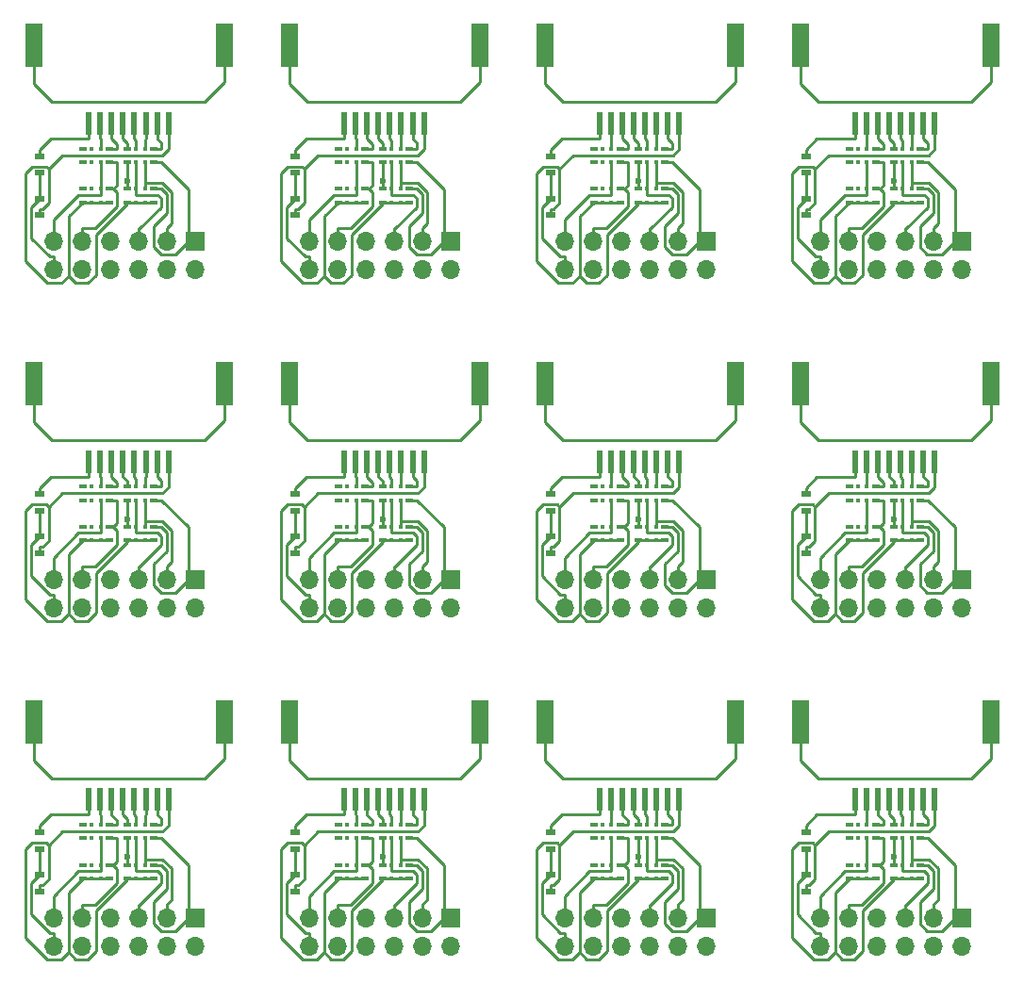
<source format=gtl>
%MOIN*%
%OFA0B0*%
%FSLAX46Y46*%
%IPPOS*%
%LPD*%
%ADD10C,0.0039370078740157488*%
%ADD11R,0.059055118110236227X0.15748031496062992*%
%ADD12C,0.035433070866141732*%
%ADD13R,0.023622047244094488X0.082677165354330714*%
%ADD14R,0.035433070866141732X0.01968503937007874*%
%ADD15R,0.025590551181102365X0.015748031496062995*%
%ADD16R,0.017716535433070866X0.015748031496062995*%
%ADD17R,0.066929133858267723X0.066929133858267723*%
%ADD18O,0.066929133858267723X0.066929133858267723*%
%ADD19C,0.023622047244094488*%
%ADD20C,0.00984251968503937*%
%ADD31C,0.0039370078740157488*%
%ADD32R,0.059055118110236227X0.15748031496062992*%
%ADD33C,0.035433070866141732*%
%ADD34R,0.023622047244094488X0.082677165354330714*%
%ADD35R,0.035433070866141732X0.01968503937007874*%
%ADD36R,0.025590551181102365X0.015748031496062995*%
%ADD37R,0.017716535433070866X0.015748031496062995*%
%ADD38R,0.066929133858267723X0.066929133858267723*%
%ADD39O,0.066929133858267723X0.066929133858267723*%
%ADD40C,0.023622047244094488*%
%ADD41C,0.00984251968503937*%
%ADD42C,0.0039370078740157488*%
%ADD43R,0.059055118110236227X0.15748031496062992*%
%ADD44C,0.035433070866141732*%
%ADD45R,0.023622047244094488X0.082677165354330714*%
%ADD46R,0.035433070866141732X0.01968503937007874*%
%ADD47R,0.025590551181102365X0.015748031496062995*%
%ADD48R,0.017716535433070866X0.015748031496062995*%
%ADD49R,0.066929133858267723X0.066929133858267723*%
%ADD50O,0.066929133858267723X0.066929133858267723*%
%ADD51C,0.023622047244094488*%
%ADD52C,0.00984251968503937*%
%ADD53C,0.0039370078740157488*%
%ADD54R,0.059055118110236227X0.15748031496062992*%
%ADD55C,0.035433070866141732*%
%ADD56R,0.023622047244094488X0.082677165354330714*%
%ADD57R,0.035433070866141732X0.01968503937007874*%
%ADD58R,0.025590551181102365X0.015748031496062995*%
%ADD59R,0.017716535433070866X0.015748031496062995*%
%ADD60R,0.066929133858267723X0.066929133858267723*%
%ADD61O,0.066929133858267723X0.066929133858267723*%
%ADD62C,0.023622047244094488*%
%ADD63C,0.00984251968503937*%
%ADD64C,0.0039370078740157488*%
%ADD65R,0.059055118110236227X0.15748031496062992*%
%ADD66C,0.035433070866141732*%
%ADD67R,0.023622047244094488X0.082677165354330714*%
%ADD68R,0.035433070866141732X0.01968503937007874*%
%ADD69R,0.025590551181102365X0.015748031496062995*%
%ADD70R,0.017716535433070866X0.015748031496062995*%
%ADD71R,0.066929133858267723X0.066929133858267723*%
%ADD72O,0.066929133858267723X0.066929133858267723*%
%ADD73C,0.023622047244094488*%
%ADD74C,0.00984251968503937*%
%ADD75C,0.0039370078740157488*%
%ADD76R,0.059055118110236227X0.15748031496062992*%
%ADD77C,0.035433070866141732*%
%ADD78R,0.023622047244094488X0.082677165354330714*%
%ADD79R,0.035433070866141732X0.01968503937007874*%
%ADD80R,0.025590551181102365X0.015748031496062995*%
%ADD81R,0.017716535433070866X0.015748031496062995*%
%ADD82R,0.066929133858267723X0.066929133858267723*%
%ADD83O,0.066929133858267723X0.066929133858267723*%
%ADD84C,0.023622047244094488*%
%ADD85C,0.00984251968503937*%
%ADD86C,0.0039370078740157488*%
%ADD87R,0.059055118110236227X0.15748031496062992*%
%ADD88C,0.035433070866141732*%
%ADD89R,0.023622047244094488X0.082677165354330714*%
%ADD90R,0.035433070866141732X0.01968503937007874*%
%ADD91R,0.025590551181102365X0.015748031496062995*%
%ADD92R,0.017716535433070866X0.015748031496062995*%
%ADD93R,0.066929133858267723X0.066929133858267723*%
%ADD94O,0.066929133858267723X0.066929133858267723*%
%ADD95C,0.023622047244094488*%
%ADD96C,0.00984251968503937*%
%ADD97C,0.0039370078740157488*%
%ADD98R,0.059055118110236227X0.15748031496062992*%
%ADD99C,0.035433070866141732*%
%ADD100R,0.023622047244094488X0.082677165354330714*%
%ADD101R,0.035433070866141732X0.01968503937007874*%
%ADD102R,0.025590551181102365X0.015748031496062995*%
%ADD103R,0.017716535433070866X0.015748031496062995*%
%ADD104R,0.066929133858267723X0.066929133858267723*%
%ADD105O,0.066929133858267723X0.066929133858267723*%
%ADD106C,0.023622047244094488*%
%ADD107C,0.00984251968503937*%
%ADD108C,0.0039370078740157488*%
%ADD109R,0.059055118110236227X0.15748031496062992*%
%ADD110C,0.035433070866141732*%
%ADD111R,0.023622047244094488X0.082677165354330714*%
%ADD112R,0.035433070866141732X0.01968503937007874*%
%ADD113R,0.025590551181102365X0.015748031496062995*%
%ADD114R,0.017716535433070866X0.015748031496062995*%
%ADD115R,0.066929133858267723X0.066929133858267723*%
%ADD116O,0.066929133858267723X0.066929133858267723*%
%ADD117C,0.023622047244094488*%
%ADD118C,0.00984251968503937*%
%ADD119C,0.0039370078740157488*%
%ADD120R,0.059055118110236227X0.15748031496062992*%
%ADD121C,0.035433070866141732*%
%ADD122R,0.023622047244094488X0.082677165354330714*%
%ADD123R,0.035433070866141732X0.01968503937007874*%
%ADD124R,0.025590551181102365X0.015748031496062995*%
%ADD125R,0.017716535433070866X0.015748031496062995*%
%ADD126R,0.066929133858267723X0.066929133858267723*%
%ADD127O,0.066929133858267723X0.066929133858267723*%
%ADD128C,0.023622047244094488*%
%ADD129C,0.00984251968503937*%
%ADD130C,0.0039370078740157488*%
%ADD131R,0.059055118110236227X0.15748031496062992*%
%ADD132C,0.035433070866141732*%
%ADD133R,0.023622047244094488X0.082677165354330714*%
%ADD134R,0.035433070866141732X0.01968503937007874*%
%ADD135R,0.025590551181102365X0.015748031496062995*%
%ADD136R,0.017716535433070866X0.015748031496062995*%
%ADD137R,0.066929133858267723X0.066929133858267723*%
%ADD138O,0.066929133858267723X0.066929133858267723*%
%ADD139C,0.023622047244094488*%
%ADD140C,0.00984251968503937*%
%ADD141C,0.0039370078740157488*%
%ADD142R,0.059055118110236227X0.15748031496062992*%
%ADD143C,0.035433070866141732*%
%ADD144R,0.023622047244094488X0.082677165354330714*%
%ADD145R,0.035433070866141732X0.01968503937007874*%
%ADD146R,0.025590551181102365X0.015748031496062995*%
%ADD147R,0.017716535433070866X0.015748031496062995*%
%ADD148R,0.066929133858267723X0.066929133858267723*%
%ADD149O,0.066929133858267723X0.066929133858267723*%
%ADD150C,0.023622047244094488*%
%ADD151C,0.00984251968503937*%
G01G01*
D10*
D11*
X0000002500Y0000000000D02*
X0000724921Y0000852775D03*
D12*
X0000724921Y0000852775D03*
D13*
X0000244606Y0000577972D03*
X0000284763Y0000577972D03*
X0000324921Y0000577972D03*
X0000365078Y0000577972D03*
X0000405236Y0000577972D03*
X0000445393Y0000577972D03*
X0000485551Y0000577972D03*
X0000525708Y0000577972D03*
D12*
X0000051692Y0000852775D03*
D11*
X0000051692Y0000852775D03*
D14*
X0000070000Y0000462027D03*
X0000070000Y0000402972D03*
X0000070000Y0000312027D03*
X0000070000Y0000252972D03*
D15*
X0000380236Y0000488602D03*
X0000380236Y0000441358D03*
X0000474724Y0000488602D03*
X0000474724Y0000441358D03*
D16*
X0000411732Y0000488602D03*
X0000443228Y0000488602D03*
X0000443228Y0000441358D03*
X0000411732Y0000441358D03*
D15*
X0000380236Y0000346122D03*
X0000380236Y0000298877D03*
X0000474724Y0000346122D03*
X0000474724Y0000298877D03*
D16*
X0000411732Y0000346122D03*
X0000443228Y0000346122D03*
X0000443228Y0000298877D03*
X0000411732Y0000298877D03*
D15*
X0000222755Y0000488602D03*
X0000222755Y0000441358D03*
X0000317244Y0000488602D03*
X0000317244Y0000441358D03*
D16*
X0000254251Y0000488602D03*
X0000285748Y0000488602D03*
X0000285748Y0000441358D03*
X0000254251Y0000441358D03*
D15*
X0000222755Y0000346122D03*
X0000222755Y0000298877D03*
X0000317244Y0000346122D03*
X0000317244Y0000298877D03*
D16*
X0000254251Y0000346122D03*
X0000285748Y0000346122D03*
X0000285748Y0000298877D03*
X0000254251Y0000298877D03*
D17*
X0000620000Y0000160019D03*
D18*
X0000620000Y0000060019D03*
X0000520000Y0000160019D03*
X0000520000Y0000060019D03*
X0000420000Y0000160019D03*
X0000420000Y0000060019D03*
X0000320000Y0000160019D03*
X0000320000Y0000060019D03*
X0000220000Y0000160019D03*
X0000220000Y0000060019D03*
X0000120000Y0000160019D03*
X0000120000Y0000060019D03*
D19*
X0000380236Y0000373862D03*
D20*
X0000724921Y0000723559D02*
X0000724921Y0000852775D01*
X0000654996Y0000653633D02*
X0000724921Y0000723559D01*
X0000115059Y0000653633D02*
X0000654996Y0000653633D01*
X0000051692Y0000717000D02*
X0000115059Y0000653633D01*
X0000051692Y0000852775D02*
X0000051692Y0000717000D01*
X0000109149Y0000523826D02*
X0000244606Y0000523826D01*
X0000070000Y0000484677D02*
X0000109149Y0000523826D01*
X0000244606Y0000577972D02*
X0000244606Y0000523826D01*
X0000070000Y0000462027D02*
X0000070000Y0000484677D01*
X0000285748Y0000522842D02*
X0000284763Y0000523826D01*
X0000285748Y0000488602D02*
X0000285748Y0000522842D01*
X0000284763Y0000577972D02*
X0000284763Y0000523826D01*
X0000324921Y0000522724D02*
X0000324921Y0000577972D01*
X0000342846Y0000504799D02*
X0000324921Y0000522724D01*
X0000342846Y0000488602D02*
X0000342846Y0000504799D01*
X0000317244Y0000488602D02*
X0000342846Y0000488602D01*
X0000380236Y0000508669D02*
X0000365078Y0000523826D01*
X0000380236Y0000488602D02*
X0000380236Y0000508669D01*
X0000365078Y0000577972D02*
X0000365078Y0000523826D01*
X0000411732Y0000517330D02*
X0000405236Y0000523826D01*
X0000411732Y0000488602D02*
X0000411732Y0000517330D01*
X0000405236Y0000577972D02*
X0000405236Y0000523826D01*
X0000443228Y0000521661D02*
X0000445393Y0000523826D01*
X0000443228Y0000488602D02*
X0000443228Y0000521661D01*
X0000445393Y0000577972D02*
X0000445393Y0000523826D01*
X0000500326Y0000509051D02*
X0000485551Y0000523826D01*
X0000500326Y0000488602D02*
X0000500326Y0000509051D01*
X0000474724Y0000488602D02*
X0000500326Y0000488602D01*
X0000485551Y0000577972D02*
X0000485551Y0000523826D01*
X0000285748Y0000298877D02*
X0000317244Y0000298877D01*
X0000285748Y0000298877D02*
X0000254251Y0000298877D01*
X0000254251Y0000298877D02*
X0000222755Y0000298877D01*
X0000443228Y0000298877D02*
X0000474724Y0000298877D01*
X0000411732Y0000298877D02*
X0000443228Y0000298877D01*
X0000411732Y0000298877D02*
X0000390066Y0000298877D01*
X0000380236Y0000298877D02*
X0000390066Y0000298877D01*
X0000173507Y0000249629D02*
X0000173507Y0000038287D01*
X0000222755Y0000298877D02*
X0000173507Y0000249629D01*
X0000380236Y0000294401D02*
X0000380236Y0000298877D01*
X0000270000Y0000184165D02*
X0000380236Y0000294401D01*
X0000270000Y0000042338D02*
X0000270000Y0000184165D01*
X0000240885Y0000013224D02*
X0000270000Y0000042338D01*
X0000198570Y0000013224D02*
X0000240885Y0000013224D01*
X0000173507Y0000038287D02*
X0000198570Y0000013224D01*
X0000070000Y0000252972D02*
X0000070000Y0000275622D01*
X0000525708Y0000486173D02*
X0000525708Y0000577972D01*
X0000504515Y0000464980D02*
X0000525708Y0000486173D01*
X0000150283Y0000464980D02*
X0000504515Y0000464980D01*
X0000102267Y0000416964D02*
X0000150283Y0000464980D01*
X0000093606Y0000425625D02*
X0000102267Y0000416964D01*
X0000045169Y0000425625D02*
X0000093606Y0000425625D01*
X0000021437Y0000401893D02*
X0000045169Y0000425625D01*
X0000021437Y0000090370D02*
X0000021437Y0000401893D01*
X0000098582Y0000013224D02*
X0000021437Y0000090370D01*
X0000148444Y0000013224D02*
X0000098582Y0000013224D01*
X0000173507Y0000038287D02*
X0000148444Y0000013224D01*
X0000081322Y0000275622D02*
X0000070000Y0000275622D01*
X0000102267Y0000296566D02*
X0000081322Y0000275622D01*
X0000102267Y0000416964D02*
X0000102267Y0000296566D01*
X0000620000Y0000160019D02*
X0000596866Y0000160019D01*
X0000474724Y0000441358D02*
X0000500326Y0000441358D01*
X0000596866Y0000344818D02*
X0000596866Y0000160019D01*
X0000500326Y0000441358D02*
X0000596866Y0000344818D01*
X0000520000Y0000326448D02*
X0000500326Y0000346122D01*
X0000520000Y0000261433D02*
X0000520000Y0000326448D01*
X0000473661Y0000215094D02*
X0000520000Y0000261433D01*
X0000473661Y0000139389D02*
X0000473661Y0000215094D01*
X0000499307Y0000113744D02*
X0000473661Y0000139389D01*
X0000550590Y0000113744D02*
X0000499307Y0000113744D01*
X0000596866Y0000160019D02*
X0000550590Y0000113744D01*
X0000474724Y0000346122D02*
X0000500326Y0000346122D01*
X0000070000Y0000312027D02*
X0000070000Y0000402972D01*
X0000039472Y0000281500D02*
X0000070000Y0000312027D01*
X0000039472Y0000172358D02*
X0000039472Y0000281500D01*
X0000105539Y0000106291D02*
X0000039472Y0000172358D01*
X0000120000Y0000106291D02*
X0000105539Y0000106291D01*
X0000120000Y0000060019D02*
X0000120000Y0000106291D01*
X0000443228Y0000346122D02*
X0000443228Y0000366803D01*
X0000443228Y0000366803D02*
X0000443228Y0000441358D01*
X0000504822Y0000366803D02*
X0000443228Y0000366803D01*
X0000537728Y0000333897D02*
X0000504822Y0000366803D01*
X0000537728Y0000224019D02*
X0000537728Y0000333897D01*
X0000520000Y0000206291D02*
X0000537728Y0000224019D01*
X0000520000Y0000160019D02*
X0000520000Y0000206291D01*
X0000411732Y0000346122D02*
X0000411732Y0000441358D01*
X0000487862Y0000325440D02*
X0000411732Y0000325440D01*
X0000500330Y0000312972D02*
X0000487862Y0000325440D01*
X0000500330Y0000281677D02*
X0000500330Y0000312972D01*
X0000424944Y0000206291D02*
X0000500330Y0000281677D01*
X0000420000Y0000206291D02*
X0000424944Y0000206291D01*
X0000420000Y0000160019D02*
X0000420000Y0000206291D01*
X0000411732Y0000346122D02*
X0000411732Y0000325440D01*
X0000380236Y0000346122D02*
X0000380236Y0000373862D01*
X0000380236Y0000373862D02*
X0000380236Y0000441358D01*
X0000317244Y0000346122D02*
X0000330047Y0000346122D01*
X0000342846Y0000358921D02*
X0000342846Y0000441358D01*
X0000330047Y0000346122D02*
X0000342846Y0000358921D01*
X0000317244Y0000441358D02*
X0000342846Y0000441358D01*
X0000342850Y0000333318D02*
X0000330047Y0000346122D01*
X0000342850Y0000282870D02*
X0000342850Y0000333318D01*
X0000266271Y0000206291D02*
X0000342850Y0000282870D01*
X0000220000Y0000206291D02*
X0000266271Y0000206291D01*
X0000220000Y0000160019D02*
X0000220000Y0000206291D01*
X0000285748Y0000346122D02*
X0000285748Y0000441358D01*
X0000208519Y0000325440D02*
X0000285748Y0000325440D01*
X0000120000Y0000236921D02*
X0000208519Y0000325440D01*
X0000120000Y0000160019D02*
X0000120000Y0000236921D01*
X0000285748Y0000346122D02*
X0000285748Y0000325440D01*
G04 next file*
G04 #@! TF.FileFunction,Copper,L1,Top,Signal*
G04 Gerber Fmt 4.6, Leading zero omitted, Abs format (unit mm)*
G04 Created by KiCad (PCBNEW 4.0.4-stable) date 05/23/17 22:39:58*
G01G01*
G04 APERTURE LIST*
G04 APERTURE END LIST*
D31*
D32*
X0000002500Y0001195610D02*
X0000724921Y0002048385D03*
D33*
X0000724921Y0002048385D03*
D34*
X0000244606Y0001773582D03*
X0000284763Y0001773582D03*
X0000324921Y0001773582D03*
X0000365078Y0001773582D03*
X0000405236Y0001773582D03*
X0000445393Y0001773582D03*
X0000485551Y0001773582D03*
X0000525708Y0001773582D03*
D33*
X0000051692Y0002048385D03*
D32*
X0000051692Y0002048385D03*
D35*
X0000070000Y0001657637D03*
X0000070000Y0001598582D03*
X0000070000Y0001507637D03*
X0000070000Y0001448582D03*
D36*
X0000380236Y0001684212D03*
X0000380236Y0001636968D03*
X0000474724Y0001684212D03*
X0000474724Y0001636968D03*
D37*
X0000411732Y0001684212D03*
X0000443228Y0001684212D03*
X0000443228Y0001636968D03*
X0000411732Y0001636968D03*
D36*
X0000380236Y0001541732D03*
X0000380236Y0001494488D03*
X0000474724Y0001541732D03*
X0000474724Y0001494488D03*
D37*
X0000411732Y0001541732D03*
X0000443228Y0001541732D03*
X0000443228Y0001494488D03*
X0000411732Y0001494488D03*
D36*
X0000222755Y0001684212D03*
X0000222755Y0001636968D03*
X0000317244Y0001684212D03*
X0000317244Y0001636968D03*
D37*
X0000254251Y0001684212D03*
X0000285748Y0001684212D03*
X0000285748Y0001636968D03*
X0000254251Y0001636968D03*
D36*
X0000222755Y0001541732D03*
X0000222755Y0001494488D03*
X0000317244Y0001541732D03*
X0000317244Y0001494488D03*
D37*
X0000254251Y0001541732D03*
X0000285748Y0001541732D03*
X0000285748Y0001494488D03*
X0000254251Y0001494488D03*
D38*
X0000620000Y0001355629D03*
D39*
X0000620000Y0001255629D03*
X0000520000Y0001355629D03*
X0000520000Y0001255629D03*
X0000420000Y0001355629D03*
X0000420000Y0001255629D03*
X0000320000Y0001355629D03*
X0000320000Y0001255629D03*
X0000220000Y0001355629D03*
X0000220000Y0001255629D03*
X0000120000Y0001355629D03*
X0000120000Y0001255629D03*
D40*
X0000380236Y0001569472D03*
D41*
X0000724921Y0001919169D02*
X0000724921Y0002048385D01*
X0000654996Y0001849244D02*
X0000724921Y0001919169D01*
X0000115059Y0001849244D02*
X0000654996Y0001849244D01*
X0000051692Y0001912610D02*
X0000115059Y0001849244D01*
X0000051692Y0002048385D02*
X0000051692Y0001912610D01*
X0000109149Y0001719436D02*
X0000244606Y0001719436D01*
X0000070000Y0001680287D02*
X0000109149Y0001719436D01*
X0000244606Y0001773582D02*
X0000244606Y0001719436D01*
X0000070000Y0001657637D02*
X0000070000Y0001680287D01*
X0000285748Y0001718452D02*
X0000284763Y0001719436D01*
X0000285748Y0001684212D02*
X0000285748Y0001718452D01*
X0000284763Y0001773582D02*
X0000284763Y0001719436D01*
X0000324921Y0001718334D02*
X0000324921Y0001773582D01*
X0000342846Y0001700409D02*
X0000324921Y0001718334D01*
X0000342846Y0001684212D02*
X0000342846Y0001700409D01*
X0000317244Y0001684212D02*
X0000342846Y0001684212D01*
X0000380236Y0001704279D02*
X0000365078Y0001719436D01*
X0000380236Y0001684212D02*
X0000380236Y0001704279D01*
X0000365078Y0001773582D02*
X0000365078Y0001719436D01*
X0000411732Y0001712940D02*
X0000405236Y0001719436D01*
X0000411732Y0001684212D02*
X0000411732Y0001712940D01*
X0000405236Y0001773582D02*
X0000405236Y0001719436D01*
X0000443228Y0001717271D02*
X0000445393Y0001719436D01*
X0000443228Y0001684212D02*
X0000443228Y0001717271D01*
X0000445393Y0001773582D02*
X0000445393Y0001719436D01*
X0000500326Y0001704661D02*
X0000485551Y0001719436D01*
X0000500326Y0001684212D02*
X0000500326Y0001704661D01*
X0000474724Y0001684212D02*
X0000500326Y0001684212D01*
X0000485551Y0001773582D02*
X0000485551Y0001719436D01*
X0000285748Y0001494488D02*
X0000317244Y0001494488D01*
X0000285748Y0001494488D02*
X0000254251Y0001494488D01*
X0000254251Y0001494488D02*
X0000222755Y0001494488D01*
X0000443228Y0001494488D02*
X0000474724Y0001494488D01*
X0000411732Y0001494488D02*
X0000443228Y0001494488D01*
X0000411732Y0001494488D02*
X0000390066Y0001494488D01*
X0000380236Y0001494488D02*
X0000390066Y0001494488D01*
X0000173507Y0001445240D02*
X0000173507Y0001233897D01*
X0000222755Y0001494488D02*
X0000173507Y0001445240D01*
X0000380236Y0001490011D02*
X0000380236Y0001494488D01*
X0000270000Y0001379775D02*
X0000380236Y0001490011D01*
X0000270000Y0001237948D02*
X0000270000Y0001379775D01*
X0000240885Y0001208834D02*
X0000270000Y0001237948D01*
X0000198570Y0001208834D02*
X0000240885Y0001208834D01*
X0000173507Y0001233897D02*
X0000198570Y0001208834D01*
X0000070000Y0001448582D02*
X0000070000Y0001471232D01*
X0000525708Y0001681783D02*
X0000525708Y0001773582D01*
X0000504515Y0001660590D02*
X0000525708Y0001681783D01*
X0000150283Y0001660590D02*
X0000504515Y0001660590D01*
X0000102267Y0001612574D02*
X0000150283Y0001660590D01*
X0000093606Y0001621236D02*
X0000102267Y0001612574D01*
X0000045169Y0001621236D02*
X0000093606Y0001621236D01*
X0000021437Y0001597503D02*
X0000045169Y0001621236D01*
X0000021437Y0001285980D02*
X0000021437Y0001597503D01*
X0000098582Y0001208834D02*
X0000021437Y0001285980D01*
X0000148444Y0001208834D02*
X0000098582Y0001208834D01*
X0000173507Y0001233897D02*
X0000148444Y0001208834D01*
X0000081322Y0001471232D02*
X0000070000Y0001471232D01*
X0000102267Y0001492177D02*
X0000081322Y0001471232D01*
X0000102267Y0001612574D02*
X0000102267Y0001492177D01*
X0000620000Y0001355629D02*
X0000596866Y0001355629D01*
X0000474724Y0001636968D02*
X0000500326Y0001636968D01*
X0000596866Y0001540429D02*
X0000596866Y0001355629D01*
X0000500326Y0001636968D02*
X0000596866Y0001540429D01*
X0000520000Y0001522059D02*
X0000500326Y0001541732D01*
X0000520000Y0001457043D02*
X0000520000Y0001522059D01*
X0000473661Y0001410704D02*
X0000520000Y0001457043D01*
X0000473661Y0001334999D02*
X0000473661Y0001410704D01*
X0000499307Y0001309354D02*
X0000473661Y0001334999D01*
X0000550590Y0001309354D02*
X0000499307Y0001309354D01*
X0000596866Y0001355629D02*
X0000550590Y0001309354D01*
X0000474724Y0001541732D02*
X0000500326Y0001541732D01*
X0000070000Y0001507637D02*
X0000070000Y0001598582D01*
X0000039472Y0001477110D02*
X0000070000Y0001507637D01*
X0000039472Y0001367968D02*
X0000039472Y0001477110D01*
X0000105539Y0001301901D02*
X0000039472Y0001367968D01*
X0000120000Y0001301901D02*
X0000105539Y0001301901D01*
X0000120000Y0001255629D02*
X0000120000Y0001301901D01*
X0000443228Y0001541732D02*
X0000443228Y0001562413D01*
X0000443228Y0001562413D02*
X0000443228Y0001636968D01*
X0000504822Y0001562413D02*
X0000443228Y0001562413D01*
X0000537728Y0001529507D02*
X0000504822Y0001562413D01*
X0000537728Y0001419629D02*
X0000537728Y0001529507D01*
X0000520000Y0001401901D02*
X0000537728Y0001419629D01*
X0000520000Y0001355629D02*
X0000520000Y0001401901D01*
X0000411732Y0001541732D02*
X0000411732Y0001636968D01*
X0000487862Y0001521051D02*
X0000411732Y0001521051D01*
X0000500330Y0001508582D02*
X0000487862Y0001521051D01*
X0000500330Y0001477287D02*
X0000500330Y0001508582D01*
X0000424944Y0001401901D02*
X0000500330Y0001477287D01*
X0000420000Y0001401901D02*
X0000424944Y0001401901D01*
X0000420000Y0001355629D02*
X0000420000Y0001401901D01*
X0000411732Y0001541732D02*
X0000411732Y0001521051D01*
X0000380236Y0001541732D02*
X0000380236Y0001569472D01*
X0000380236Y0001569472D02*
X0000380236Y0001636968D01*
X0000317244Y0001541732D02*
X0000330047Y0001541732D01*
X0000342846Y0001554531D02*
X0000342846Y0001636968D01*
X0000330047Y0001541732D02*
X0000342846Y0001554531D01*
X0000317244Y0001636968D02*
X0000342846Y0001636968D01*
X0000342850Y0001528929D02*
X0000330047Y0001541732D01*
X0000342850Y0001478480D02*
X0000342850Y0001528929D01*
X0000266271Y0001401901D02*
X0000342850Y0001478480D01*
X0000220000Y0001401901D02*
X0000266271Y0001401901D01*
X0000220000Y0001355629D02*
X0000220000Y0001401901D01*
X0000285748Y0001541732D02*
X0000285748Y0001636968D01*
X0000208519Y0001521051D02*
X0000285748Y0001521051D01*
X0000120000Y0001432531D02*
X0000208519Y0001521051D01*
X0000120000Y0001355629D02*
X0000120000Y0001432531D01*
X0000285748Y0001541732D02*
X0000285748Y0001521051D01*
G04 next file*
G04 #@! TF.FileFunction,Copper,L1,Top,Signal*
G04 Gerber Fmt 4.6, Leading zero omitted, Abs format (unit mm)*
G04 Created by KiCad (PCBNEW 4.0.4-stable) date 05/23/17 22:39:58*
G01G01*
G04 APERTURE LIST*
G04 APERTURE END LIST*
D42*
D43*
X0000002500Y0002391220D02*
X0000724921Y0003243996D03*
D44*
X0000724921Y0003243996D03*
D45*
X0000244606Y0002969192D03*
X0000284763Y0002969192D03*
X0000324921Y0002969192D03*
X0000365078Y0002969192D03*
X0000405236Y0002969192D03*
X0000445393Y0002969192D03*
X0000485551Y0002969192D03*
X0000525708Y0002969192D03*
D44*
X0000051692Y0003243996D03*
D43*
X0000051692Y0003243996D03*
D46*
X0000070000Y0002853247D03*
X0000070000Y0002794192D03*
X0000070000Y0002703247D03*
X0000070000Y0002644192D03*
D47*
X0000380236Y0002879822D03*
X0000380236Y0002832578D03*
X0000474724Y0002879822D03*
X0000474724Y0002832578D03*
D48*
X0000411732Y0002879822D03*
X0000443228Y0002879822D03*
X0000443228Y0002832578D03*
X0000411732Y0002832578D03*
D47*
X0000380236Y0002737342D03*
X0000380236Y0002690098D03*
X0000474724Y0002737342D03*
X0000474724Y0002690098D03*
D48*
X0000411732Y0002737342D03*
X0000443228Y0002737342D03*
X0000443228Y0002690098D03*
X0000411732Y0002690098D03*
D47*
X0000222755Y0002879822D03*
X0000222755Y0002832578D03*
X0000317244Y0002879822D03*
X0000317244Y0002832578D03*
D48*
X0000254251Y0002879822D03*
X0000285748Y0002879822D03*
X0000285748Y0002832578D03*
X0000254251Y0002832578D03*
D47*
X0000222755Y0002737342D03*
X0000222755Y0002690098D03*
X0000317244Y0002737342D03*
X0000317244Y0002690098D03*
D48*
X0000254251Y0002737342D03*
X0000285748Y0002737342D03*
X0000285748Y0002690098D03*
X0000254251Y0002690098D03*
D49*
X0000620000Y0002551240D03*
D50*
X0000620000Y0002451240D03*
X0000520000Y0002551240D03*
X0000520000Y0002451240D03*
X0000420000Y0002551240D03*
X0000420000Y0002451240D03*
X0000320000Y0002551240D03*
X0000320000Y0002451240D03*
X0000220000Y0002551240D03*
X0000220000Y0002451240D03*
X0000120000Y0002551240D03*
X0000120000Y0002451240D03*
D51*
X0000380236Y0002765082D03*
D52*
X0000724921Y0003114779D02*
X0000724921Y0003243996D01*
X0000654996Y0003044854D02*
X0000724921Y0003114779D01*
X0000115059Y0003044854D02*
X0000654996Y0003044854D01*
X0000051692Y0003108220D02*
X0000115059Y0003044854D01*
X0000051692Y0003243996D02*
X0000051692Y0003108220D01*
X0000109149Y0002915047D02*
X0000244606Y0002915047D01*
X0000070000Y0002875897D02*
X0000109149Y0002915047D01*
X0000244606Y0002969192D02*
X0000244606Y0002915047D01*
X0000070000Y0002853247D02*
X0000070000Y0002875897D01*
X0000285748Y0002914062D02*
X0000284763Y0002915047D01*
X0000285748Y0002879822D02*
X0000285748Y0002914062D01*
X0000284763Y0002969192D02*
X0000284763Y0002915047D01*
X0000324921Y0002913944D02*
X0000324921Y0002969192D01*
X0000342846Y0002896019D02*
X0000324921Y0002913944D01*
X0000342846Y0002879822D02*
X0000342846Y0002896019D01*
X0000317244Y0002879822D02*
X0000342846Y0002879822D01*
X0000380236Y0002899889D02*
X0000365078Y0002915047D01*
X0000380236Y0002879822D02*
X0000380236Y0002899889D01*
X0000365078Y0002969192D02*
X0000365078Y0002915047D01*
X0000411732Y0002908551D02*
X0000405236Y0002915047D01*
X0000411732Y0002879822D02*
X0000411732Y0002908551D01*
X0000405236Y0002969192D02*
X0000405236Y0002915047D01*
X0000443228Y0002912881D02*
X0000445393Y0002915047D01*
X0000443228Y0002879822D02*
X0000443228Y0002912881D01*
X0000445393Y0002969192D02*
X0000445393Y0002915047D01*
X0000500326Y0002900271D02*
X0000485551Y0002915047D01*
X0000500326Y0002879822D02*
X0000500326Y0002900271D01*
X0000474724Y0002879822D02*
X0000500326Y0002879822D01*
X0000485551Y0002969192D02*
X0000485551Y0002915047D01*
X0000285748Y0002690098D02*
X0000317244Y0002690098D01*
X0000285748Y0002690098D02*
X0000254251Y0002690098D01*
X0000254251Y0002690098D02*
X0000222755Y0002690098D01*
X0000443228Y0002690098D02*
X0000474724Y0002690098D01*
X0000411732Y0002690098D02*
X0000443228Y0002690098D01*
X0000411732Y0002690098D02*
X0000390066Y0002690098D01*
X0000380236Y0002690098D02*
X0000390066Y0002690098D01*
X0000173507Y0002640850D02*
X0000173507Y0002429507D01*
X0000222755Y0002690098D02*
X0000173507Y0002640850D01*
X0000380236Y0002685622D02*
X0000380236Y0002690098D01*
X0000270000Y0002575385D02*
X0000380236Y0002685622D01*
X0000270000Y0002433559D02*
X0000270000Y0002575385D01*
X0000240885Y0002404444D02*
X0000270000Y0002433559D01*
X0000198570Y0002404444D02*
X0000240885Y0002404444D01*
X0000173507Y0002429507D02*
X0000198570Y0002404444D01*
X0000070000Y0002644192D02*
X0000070000Y0002666842D01*
X0000525708Y0002877393D02*
X0000525708Y0002969192D01*
X0000504515Y0002856200D02*
X0000525708Y0002877393D01*
X0000150283Y0002856200D02*
X0000504515Y0002856200D01*
X0000102267Y0002808185D02*
X0000150283Y0002856200D01*
X0000093606Y0002816846D02*
X0000102267Y0002808185D01*
X0000045169Y0002816846D02*
X0000093606Y0002816846D01*
X0000021437Y0002793114D02*
X0000045169Y0002816846D01*
X0000021437Y0002481590D02*
X0000021437Y0002793114D01*
X0000098582Y0002404444D02*
X0000021437Y0002481590D01*
X0000148444Y0002404444D02*
X0000098582Y0002404444D01*
X0000173507Y0002429507D02*
X0000148444Y0002404444D01*
X0000081322Y0002666842D02*
X0000070000Y0002666842D01*
X0000102267Y0002687787D02*
X0000081322Y0002666842D01*
X0000102267Y0002808185D02*
X0000102267Y0002687787D01*
X0000620000Y0002551240D02*
X0000596866Y0002551240D01*
X0000474724Y0002832578D02*
X0000500326Y0002832578D01*
X0000596866Y0002736039D02*
X0000596866Y0002551240D01*
X0000500326Y0002832578D02*
X0000596866Y0002736039D01*
X0000520000Y0002717669D02*
X0000500326Y0002737342D01*
X0000520000Y0002652653D02*
X0000520000Y0002717669D01*
X0000473661Y0002606314D02*
X0000520000Y0002652653D01*
X0000473661Y0002530610D02*
X0000473661Y0002606314D01*
X0000499307Y0002504964D02*
X0000473661Y0002530610D01*
X0000550590Y0002504964D02*
X0000499307Y0002504964D01*
X0000596866Y0002551240D02*
X0000550590Y0002504964D01*
X0000474724Y0002737342D02*
X0000500326Y0002737342D01*
X0000070000Y0002703247D02*
X0000070000Y0002794192D01*
X0000039472Y0002672720D02*
X0000070000Y0002703247D01*
X0000039472Y0002563578D02*
X0000039472Y0002672720D01*
X0000105539Y0002497511D02*
X0000039472Y0002563578D01*
X0000120000Y0002497511D02*
X0000105539Y0002497511D01*
X0000120000Y0002451240D02*
X0000120000Y0002497511D01*
X0000443228Y0002737342D02*
X0000443228Y0002758023D01*
X0000443228Y0002758023D02*
X0000443228Y0002832578D01*
X0000504822Y0002758023D02*
X0000443228Y0002758023D01*
X0000537728Y0002725118D02*
X0000504822Y0002758023D01*
X0000537728Y0002615240D02*
X0000537728Y0002725118D01*
X0000520000Y0002597511D02*
X0000537728Y0002615240D01*
X0000520000Y0002551240D02*
X0000520000Y0002597511D01*
X0000411732Y0002737342D02*
X0000411732Y0002832578D01*
X0000487862Y0002716661D02*
X0000411732Y0002716661D01*
X0000500330Y0002704192D02*
X0000487862Y0002716661D01*
X0000500330Y0002672897D02*
X0000500330Y0002704192D01*
X0000424944Y0002597511D02*
X0000500330Y0002672897D01*
X0000420000Y0002597511D02*
X0000424944Y0002597511D01*
X0000420000Y0002551240D02*
X0000420000Y0002597511D01*
X0000411732Y0002737342D02*
X0000411732Y0002716661D01*
X0000380236Y0002737342D02*
X0000380236Y0002765082D01*
X0000380236Y0002765082D02*
X0000380236Y0002832578D01*
X0000317244Y0002737342D02*
X0000330047Y0002737342D01*
X0000342846Y0002750141D02*
X0000342846Y0002832578D01*
X0000330047Y0002737342D02*
X0000342846Y0002750141D01*
X0000317244Y0002832578D02*
X0000342846Y0002832578D01*
X0000342850Y0002724539D02*
X0000330047Y0002737342D01*
X0000342850Y0002674090D02*
X0000342850Y0002724539D01*
X0000266271Y0002597511D02*
X0000342850Y0002674090D01*
X0000220000Y0002597511D02*
X0000266271Y0002597511D01*
X0000220000Y0002551240D02*
X0000220000Y0002597511D01*
X0000285748Y0002737342D02*
X0000285748Y0002832578D01*
X0000208519Y0002716661D02*
X0000285748Y0002716661D01*
X0000120000Y0002628141D02*
X0000208519Y0002716661D01*
X0000120000Y0002551240D02*
X0000120000Y0002628141D01*
X0000285748Y0002737342D02*
X0000285748Y0002716661D01*
G04 next file*
G04 #@! TF.FileFunction,Copper,L1,Top,Signal*
G04 Gerber Fmt 4.6, Leading zero omitted, Abs format (unit mm)*
G04 Created by KiCad (PCBNEW 4.0.4-stable) date 05/23/17 22:39:58*
G01G01*
G04 APERTURE LIST*
G04 APERTURE END LIST*
D53*
D54*
X0000905610Y0000000000D02*
X0001628031Y0000852775D03*
D55*
X0001628031Y0000852775D03*
D56*
X0001147716Y0000577972D03*
X0001187874Y0000577972D03*
X0001228031Y0000577972D03*
X0001268188Y0000577972D03*
X0001308346Y0000577972D03*
X0001348503Y0000577972D03*
X0001388661Y0000577972D03*
X0001428818Y0000577972D03*
D55*
X0000954803Y0000852775D03*
D54*
X0000954803Y0000852775D03*
D57*
X0000973110Y0000462027D03*
X0000973110Y0000402972D03*
X0000973110Y0000312027D03*
X0000973110Y0000252972D03*
D58*
X0001283346Y0000488602D03*
X0001283346Y0000441358D03*
X0001377834Y0000488602D03*
X0001377834Y0000441358D03*
D59*
X0001314842Y0000488602D03*
X0001346338Y0000488602D03*
X0001346338Y0000441358D03*
X0001314842Y0000441358D03*
D58*
X0001283346Y0000346122D03*
X0001283346Y0000298877D03*
X0001377834Y0000346122D03*
X0001377834Y0000298877D03*
D59*
X0001314842Y0000346122D03*
X0001346338Y0000346122D03*
X0001346338Y0000298877D03*
X0001314842Y0000298877D03*
D58*
X0001125866Y0000488602D03*
X0001125866Y0000441358D03*
X0001220354Y0000488602D03*
X0001220354Y0000441358D03*
D59*
X0001157362Y0000488602D03*
X0001188858Y0000488602D03*
X0001188858Y0000441358D03*
X0001157362Y0000441358D03*
D58*
X0001125866Y0000346122D03*
X0001125866Y0000298877D03*
X0001220354Y0000346122D03*
X0001220354Y0000298877D03*
D59*
X0001157362Y0000346122D03*
X0001188858Y0000346122D03*
X0001188858Y0000298877D03*
X0001157362Y0000298877D03*
D60*
X0001523110Y0000160019D03*
D61*
X0001523110Y0000060019D03*
X0001423110Y0000160019D03*
X0001423110Y0000060019D03*
X0001323110Y0000160019D03*
X0001323110Y0000060019D03*
X0001223110Y0000160019D03*
X0001223110Y0000060019D03*
X0001123110Y0000160019D03*
X0001123110Y0000060019D03*
X0001023110Y0000160019D03*
X0001023110Y0000060019D03*
D62*
X0001283346Y0000373862D03*
D63*
X0001628031Y0000723559D02*
X0001628031Y0000852775D01*
X0001558106Y0000653633D02*
X0001628031Y0000723559D01*
X0001018169Y0000653633D02*
X0001558106Y0000653633D01*
X0000954803Y0000717000D02*
X0001018169Y0000653633D01*
X0000954803Y0000852775D02*
X0000954803Y0000717000D01*
X0001012259Y0000523826D02*
X0001147716Y0000523826D01*
X0000973110Y0000484677D02*
X0001012259Y0000523826D01*
X0001147716Y0000577972D02*
X0001147716Y0000523826D01*
X0000973110Y0000462027D02*
X0000973110Y0000484677D01*
X0001188858Y0000522842D02*
X0001187874Y0000523826D01*
X0001188858Y0000488602D02*
X0001188858Y0000522842D01*
X0001187874Y0000577972D02*
X0001187874Y0000523826D01*
X0001228031Y0000522724D02*
X0001228031Y0000577972D01*
X0001245956Y0000504799D02*
X0001228031Y0000522724D01*
X0001245956Y0000488602D02*
X0001245956Y0000504799D01*
X0001220354Y0000488602D02*
X0001245956Y0000488602D01*
X0001283346Y0000508669D02*
X0001268188Y0000523826D01*
X0001283346Y0000488602D02*
X0001283346Y0000508669D01*
X0001268188Y0000577972D02*
X0001268188Y0000523826D01*
X0001314842Y0000517330D02*
X0001308346Y0000523826D01*
X0001314842Y0000488602D02*
X0001314842Y0000517330D01*
X0001308346Y0000577972D02*
X0001308346Y0000523826D01*
X0001346338Y0000521661D02*
X0001348503Y0000523826D01*
X0001346338Y0000488602D02*
X0001346338Y0000521661D01*
X0001348503Y0000577972D02*
X0001348503Y0000523826D01*
X0001403437Y0000509051D02*
X0001388661Y0000523826D01*
X0001403437Y0000488602D02*
X0001403437Y0000509051D01*
X0001377834Y0000488602D02*
X0001403437Y0000488602D01*
X0001388661Y0000577972D02*
X0001388661Y0000523826D01*
X0001188858Y0000298877D02*
X0001220354Y0000298877D01*
X0001188858Y0000298877D02*
X0001157362Y0000298877D01*
X0001157362Y0000298877D02*
X0001125866Y0000298877D01*
X0001346338Y0000298877D02*
X0001377834Y0000298877D01*
X0001314842Y0000298877D02*
X0001346338Y0000298877D01*
X0001314842Y0000298877D02*
X0001293177Y0000298877D01*
X0001283346Y0000298877D02*
X0001293177Y0000298877D01*
X0001076618Y0000249629D02*
X0001076618Y0000038287D01*
X0001125866Y0000298877D02*
X0001076618Y0000249629D01*
X0001283346Y0000294401D02*
X0001283346Y0000298877D01*
X0001173110Y0000184165D02*
X0001283346Y0000294401D01*
X0001173110Y0000042338D02*
X0001173110Y0000184165D01*
X0001143996Y0000013224D02*
X0001173110Y0000042338D01*
X0001101681Y0000013224D02*
X0001143996Y0000013224D01*
X0001076618Y0000038287D02*
X0001101681Y0000013224D01*
X0000973110Y0000252972D02*
X0000973110Y0000275622D01*
X0001428818Y0000486173D02*
X0001428818Y0000577972D01*
X0001407625Y0000464980D02*
X0001428818Y0000486173D01*
X0001053393Y0000464980D02*
X0001407625Y0000464980D01*
X0001005377Y0000416964D02*
X0001053393Y0000464980D01*
X0000996716Y0000425625D02*
X0001005377Y0000416964D01*
X0000948279Y0000425625D02*
X0000996716Y0000425625D01*
X0000924547Y0000401893D02*
X0000948279Y0000425625D01*
X0000924547Y0000090370D02*
X0000924547Y0000401893D01*
X0001001692Y0000013224D02*
X0000924547Y0000090370D01*
X0001051555Y0000013224D02*
X0001001692Y0000013224D01*
X0001076618Y0000038287D02*
X0001051555Y0000013224D01*
X0000984433Y0000275622D02*
X0000973110Y0000275622D01*
X0001005377Y0000296566D02*
X0000984433Y0000275622D01*
X0001005377Y0000416964D02*
X0001005377Y0000296566D01*
X0001523110Y0000160019D02*
X0001499976Y0000160019D01*
X0001377834Y0000441358D02*
X0001403437Y0000441358D01*
X0001499976Y0000344818D02*
X0001499976Y0000160019D01*
X0001403437Y0000441358D02*
X0001499976Y0000344818D01*
X0001423110Y0000326448D02*
X0001403437Y0000346122D01*
X0001423110Y0000261433D02*
X0001423110Y0000326448D01*
X0001376771Y0000215094D02*
X0001423110Y0000261433D01*
X0001376771Y0000139389D02*
X0001376771Y0000215094D01*
X0001402417Y0000113744D02*
X0001376771Y0000139389D01*
X0001453700Y0000113744D02*
X0001402417Y0000113744D01*
X0001499976Y0000160019D02*
X0001453700Y0000113744D01*
X0001377834Y0000346122D02*
X0001403437Y0000346122D01*
X0000973110Y0000312027D02*
X0000973110Y0000402972D01*
X0000942582Y0000281500D02*
X0000973110Y0000312027D01*
X0000942582Y0000172358D02*
X0000942582Y0000281500D01*
X0001008649Y0000106291D02*
X0000942582Y0000172358D01*
X0001023110Y0000106291D02*
X0001008649Y0000106291D01*
X0001023110Y0000060019D02*
X0001023110Y0000106291D01*
X0001346338Y0000346122D02*
X0001346338Y0000366803D01*
X0001346338Y0000366803D02*
X0001346338Y0000441358D01*
X0001407933Y0000366803D02*
X0001346338Y0000366803D01*
X0001440838Y0000333897D02*
X0001407933Y0000366803D01*
X0001440838Y0000224019D02*
X0001440838Y0000333897D01*
X0001423110Y0000206291D02*
X0001440838Y0000224019D01*
X0001423110Y0000160019D02*
X0001423110Y0000206291D01*
X0001314842Y0000346122D02*
X0001314842Y0000441358D01*
X0001390972Y0000325440D02*
X0001314842Y0000325440D01*
X0001403440Y0000312972D02*
X0001390972Y0000325440D01*
X0001403440Y0000281677D02*
X0001403440Y0000312972D01*
X0001328055Y0000206291D02*
X0001403440Y0000281677D01*
X0001323110Y0000206291D02*
X0001328055Y0000206291D01*
X0001323110Y0000160019D02*
X0001323110Y0000206291D01*
X0001314842Y0000346122D02*
X0001314842Y0000325440D01*
X0001283346Y0000346122D02*
X0001283346Y0000373862D01*
X0001283346Y0000373862D02*
X0001283346Y0000441358D01*
X0001220354Y0000346122D02*
X0001233157Y0000346122D01*
X0001245956Y0000358921D02*
X0001245956Y0000441358D01*
X0001233157Y0000346122D02*
X0001245956Y0000358921D01*
X0001220354Y0000441358D02*
X0001245956Y0000441358D01*
X0001245960Y0000333318D02*
X0001233157Y0000346122D01*
X0001245960Y0000282870D02*
X0001245960Y0000333318D01*
X0001169381Y0000206291D02*
X0001245960Y0000282870D01*
X0001123110Y0000206291D02*
X0001169381Y0000206291D01*
X0001123110Y0000160019D02*
X0001123110Y0000206291D01*
X0001188858Y0000346122D02*
X0001188858Y0000441358D01*
X0001111629Y0000325440D02*
X0001188858Y0000325440D01*
X0001023110Y0000236921D02*
X0001111629Y0000325440D01*
X0001023110Y0000160019D02*
X0001023110Y0000236921D01*
X0001188858Y0000346122D02*
X0001188858Y0000325440D01*
G04 next file*
G04 #@! TF.FileFunction,Copper,L1,Top,Signal*
G04 Gerber Fmt 4.6, Leading zero omitted, Abs format (unit mm)*
G04 Created by KiCad (PCBNEW 4.0.4-stable) date 05/23/17 22:39:58*
G01G01*
G04 APERTURE LIST*
G04 APERTURE END LIST*
D64*
D65*
X0001808720Y0000000000D02*
X0002531141Y0000852775D03*
D66*
X0002531141Y0000852775D03*
D67*
X0002050826Y0000577972D03*
X0002090984Y0000577972D03*
X0002131141Y0000577972D03*
X0002171299Y0000577972D03*
X0002211456Y0000577972D03*
X0002251614Y0000577972D03*
X0002291771Y0000577972D03*
X0002331929Y0000577972D03*
D66*
X0001857913Y0000852775D03*
D65*
X0001857913Y0000852775D03*
D68*
X0001876220Y0000462027D03*
X0001876220Y0000402972D03*
X0001876220Y0000312027D03*
X0001876220Y0000252972D03*
D69*
X0002186456Y0000488602D03*
X0002186456Y0000441358D03*
X0002280944Y0000488602D03*
X0002280944Y0000441358D03*
D70*
X0002217952Y0000488602D03*
X0002249448Y0000488602D03*
X0002249448Y0000441358D03*
X0002217952Y0000441358D03*
D69*
X0002186456Y0000346122D03*
X0002186456Y0000298877D03*
X0002280944Y0000346122D03*
X0002280944Y0000298877D03*
D70*
X0002217952Y0000346122D03*
X0002249448Y0000346122D03*
X0002249448Y0000298877D03*
X0002217952Y0000298877D03*
D69*
X0002028976Y0000488602D03*
X0002028976Y0000441358D03*
X0002123464Y0000488602D03*
X0002123464Y0000441358D03*
D70*
X0002060472Y0000488602D03*
X0002091968Y0000488602D03*
X0002091968Y0000441358D03*
X0002060472Y0000441358D03*
D69*
X0002028976Y0000346122D03*
X0002028976Y0000298877D03*
X0002123464Y0000346122D03*
X0002123464Y0000298877D03*
D70*
X0002060472Y0000346122D03*
X0002091968Y0000346122D03*
X0002091968Y0000298877D03*
X0002060472Y0000298877D03*
D71*
X0002426220Y0000160019D03*
D72*
X0002426220Y0000060019D03*
X0002326220Y0000160019D03*
X0002326220Y0000060019D03*
X0002226220Y0000160019D03*
X0002226220Y0000060019D03*
X0002126220Y0000160019D03*
X0002126220Y0000060019D03*
X0002026220Y0000160019D03*
X0002026220Y0000060019D03*
X0001926220Y0000160019D03*
X0001926220Y0000060019D03*
D73*
X0002186456Y0000373862D03*
D74*
X0002531141Y0000723559D02*
X0002531141Y0000852775D01*
X0002461216Y0000653633D02*
X0002531141Y0000723559D01*
X0001921279Y0000653633D02*
X0002461216Y0000653633D01*
X0001857913Y0000717000D02*
X0001921279Y0000653633D01*
X0001857913Y0000852775D02*
X0001857913Y0000717000D01*
X0001915370Y0000523826D02*
X0002050826Y0000523826D01*
X0001876220Y0000484677D02*
X0001915370Y0000523826D01*
X0002050826Y0000577972D02*
X0002050826Y0000523826D01*
X0001876220Y0000462027D02*
X0001876220Y0000484677D01*
X0002091968Y0000522842D02*
X0002090984Y0000523826D01*
X0002091968Y0000488602D02*
X0002091968Y0000522842D01*
X0002090984Y0000577972D02*
X0002090984Y0000523826D01*
X0002131141Y0000522724D02*
X0002131141Y0000577972D01*
X0002149066Y0000504799D02*
X0002131141Y0000522724D01*
X0002149066Y0000488602D02*
X0002149066Y0000504799D01*
X0002123464Y0000488602D02*
X0002149066Y0000488602D01*
X0002186456Y0000508669D02*
X0002171299Y0000523826D01*
X0002186456Y0000488602D02*
X0002186456Y0000508669D01*
X0002171299Y0000577972D02*
X0002171299Y0000523826D01*
X0002217952Y0000517330D02*
X0002211456Y0000523826D01*
X0002217952Y0000488602D02*
X0002217952Y0000517330D01*
X0002211456Y0000577972D02*
X0002211456Y0000523826D01*
X0002249448Y0000521661D02*
X0002251614Y0000523826D01*
X0002249448Y0000488602D02*
X0002249448Y0000521661D01*
X0002251614Y0000577972D02*
X0002251614Y0000523826D01*
X0002306547Y0000509051D02*
X0002291771Y0000523826D01*
X0002306547Y0000488602D02*
X0002306547Y0000509051D01*
X0002280944Y0000488602D02*
X0002306547Y0000488602D01*
X0002291771Y0000577972D02*
X0002291771Y0000523826D01*
X0002091968Y0000298877D02*
X0002123464Y0000298877D01*
X0002091968Y0000298877D02*
X0002060472Y0000298877D01*
X0002060472Y0000298877D02*
X0002028976Y0000298877D01*
X0002249448Y0000298877D02*
X0002280944Y0000298877D01*
X0002217952Y0000298877D02*
X0002249448Y0000298877D01*
X0002217952Y0000298877D02*
X0002196287Y0000298877D01*
X0002186456Y0000298877D02*
X0002196287Y0000298877D01*
X0001979728Y0000249629D02*
X0001979728Y0000038287D01*
X0002028976Y0000298877D02*
X0001979728Y0000249629D01*
X0002186456Y0000294401D02*
X0002186456Y0000298877D01*
X0002076220Y0000184165D02*
X0002186456Y0000294401D01*
X0002076220Y0000042338D02*
X0002076220Y0000184165D01*
X0002047106Y0000013224D02*
X0002076220Y0000042338D01*
X0002004791Y0000013224D02*
X0002047106Y0000013224D01*
X0001979728Y0000038287D02*
X0002004791Y0000013224D01*
X0001876220Y0000252972D02*
X0001876220Y0000275622D01*
X0002331929Y0000486173D02*
X0002331929Y0000577972D01*
X0002310736Y0000464980D02*
X0002331929Y0000486173D01*
X0001956503Y0000464980D02*
X0002310736Y0000464980D01*
X0001908488Y0000416964D02*
X0001956503Y0000464980D01*
X0001899826Y0000425625D02*
X0001908488Y0000416964D01*
X0001851389Y0000425625D02*
X0001899826Y0000425625D01*
X0001827657Y0000401893D02*
X0001851389Y0000425625D01*
X0001827657Y0000090370D02*
X0001827657Y0000401893D01*
X0001904803Y0000013224D02*
X0001827657Y0000090370D01*
X0001954665Y0000013224D02*
X0001904803Y0000013224D01*
X0001979728Y0000038287D02*
X0001954665Y0000013224D01*
X0001887543Y0000275622D02*
X0001876220Y0000275622D01*
X0001908488Y0000296566D02*
X0001887543Y0000275622D01*
X0001908488Y0000416964D02*
X0001908488Y0000296566D01*
X0002426220Y0000160019D02*
X0002403086Y0000160019D01*
X0002280944Y0000441358D02*
X0002306547Y0000441358D01*
X0002403086Y0000344818D02*
X0002403086Y0000160019D01*
X0002306547Y0000441358D02*
X0002403086Y0000344818D01*
X0002326220Y0000326448D02*
X0002306547Y0000346122D01*
X0002326220Y0000261433D02*
X0002326220Y0000326448D01*
X0002279881Y0000215094D02*
X0002326220Y0000261433D01*
X0002279881Y0000139389D02*
X0002279881Y0000215094D01*
X0002305527Y0000113744D02*
X0002279881Y0000139389D01*
X0002356811Y0000113744D02*
X0002305527Y0000113744D01*
X0002403086Y0000160019D02*
X0002356811Y0000113744D01*
X0002280944Y0000346122D02*
X0002306547Y0000346122D01*
X0001876220Y0000312027D02*
X0001876220Y0000402972D01*
X0001845692Y0000281500D02*
X0001876220Y0000312027D01*
X0001845692Y0000172358D02*
X0001845692Y0000281500D01*
X0001911759Y0000106291D02*
X0001845692Y0000172358D01*
X0001926220Y0000106291D02*
X0001911759Y0000106291D01*
X0001926220Y0000060019D02*
X0001926220Y0000106291D01*
X0002249448Y0000346122D02*
X0002249448Y0000366803D01*
X0002249448Y0000366803D02*
X0002249448Y0000441358D01*
X0002311043Y0000366803D02*
X0002249448Y0000366803D01*
X0002343948Y0000333897D02*
X0002311043Y0000366803D01*
X0002343948Y0000224019D02*
X0002343948Y0000333897D01*
X0002326220Y0000206291D02*
X0002343948Y0000224019D01*
X0002326220Y0000160019D02*
X0002326220Y0000206291D01*
X0002217952Y0000346122D02*
X0002217952Y0000441358D01*
X0002294082Y0000325440D02*
X0002217952Y0000325440D01*
X0002306551Y0000312972D02*
X0002294082Y0000325440D01*
X0002306551Y0000281677D02*
X0002306551Y0000312972D01*
X0002231165Y0000206291D02*
X0002306551Y0000281677D01*
X0002226220Y0000206291D02*
X0002231165Y0000206291D01*
X0002226220Y0000160019D02*
X0002226220Y0000206291D01*
X0002217952Y0000346122D02*
X0002217952Y0000325440D01*
X0002186456Y0000346122D02*
X0002186456Y0000373862D01*
X0002186456Y0000373862D02*
X0002186456Y0000441358D01*
X0002123464Y0000346122D02*
X0002136267Y0000346122D01*
X0002149066Y0000358921D02*
X0002149066Y0000441358D01*
X0002136267Y0000346122D02*
X0002149066Y0000358921D01*
X0002123464Y0000441358D02*
X0002149066Y0000441358D01*
X0002149070Y0000333318D02*
X0002136267Y0000346122D01*
X0002149070Y0000282870D02*
X0002149070Y0000333318D01*
X0002072492Y0000206291D02*
X0002149070Y0000282870D01*
X0002026220Y0000206291D02*
X0002072492Y0000206291D01*
X0002026220Y0000160019D02*
X0002026220Y0000206291D01*
X0002091968Y0000346122D02*
X0002091968Y0000441358D01*
X0002014740Y0000325440D02*
X0002091968Y0000325440D01*
X0001926220Y0000236921D02*
X0002014740Y0000325440D01*
X0001926220Y0000160019D02*
X0001926220Y0000236921D01*
X0002091968Y0000346122D02*
X0002091968Y0000325440D01*
G04 next file*
G04 #@! TF.FileFunction,Copper,L1,Top,Signal*
G04 Gerber Fmt 4.6, Leading zero omitted, Abs format (unit mm)*
G04 Created by KiCad (PCBNEW 4.0.4-stable) date 05/23/17 22:39:58*
G01G01*
G04 APERTURE LIST*
G04 APERTURE END LIST*
D75*
D76*
X0002711830Y0000000000D02*
X0003434251Y0000852775D03*
D77*
X0003434251Y0000852775D03*
D78*
X0002953937Y0000577972D03*
X0002994094Y0000577972D03*
X0003034251Y0000577972D03*
X0003074409Y0000577972D03*
X0003114566Y0000577972D03*
X0003154724Y0000577972D03*
X0003194881Y0000577972D03*
X0003235039Y0000577972D03*
D77*
X0002761023Y0000852775D03*
D76*
X0002761023Y0000852775D03*
D79*
X0002779330Y0000462027D03*
X0002779330Y0000402972D03*
X0002779330Y0000312027D03*
X0002779330Y0000252972D03*
D80*
X0003089566Y0000488602D03*
X0003089566Y0000441358D03*
X0003184055Y0000488602D03*
X0003184055Y0000441358D03*
D81*
X0003121062Y0000488602D03*
X0003152559Y0000488602D03*
X0003152559Y0000441358D03*
X0003121062Y0000441358D03*
D80*
X0003089566Y0000346122D03*
X0003089566Y0000298877D03*
X0003184055Y0000346122D03*
X0003184055Y0000298877D03*
D81*
X0003121062Y0000346122D03*
X0003152559Y0000346122D03*
X0003152559Y0000298877D03*
X0003121062Y0000298877D03*
D80*
X0002932086Y0000488602D03*
X0002932086Y0000441358D03*
X0003026574Y0000488602D03*
X0003026574Y0000441358D03*
D81*
X0002963582Y0000488602D03*
X0002995078Y0000488602D03*
X0002995078Y0000441358D03*
X0002963582Y0000441358D03*
D80*
X0002932086Y0000346122D03*
X0002932086Y0000298877D03*
X0003026574Y0000346122D03*
X0003026574Y0000298877D03*
D81*
X0002963582Y0000346122D03*
X0002995078Y0000346122D03*
X0002995078Y0000298877D03*
X0002963582Y0000298877D03*
D82*
X0003329330Y0000160019D03*
D83*
X0003329330Y0000060019D03*
X0003229330Y0000160019D03*
X0003229330Y0000060019D03*
X0003129330Y0000160019D03*
X0003129330Y0000060019D03*
X0003029330Y0000160019D03*
X0003029330Y0000060019D03*
X0002929330Y0000160019D03*
X0002929330Y0000060019D03*
X0002829330Y0000160019D03*
X0002829330Y0000060019D03*
D84*
X0003089566Y0000373862D03*
D85*
X0003434251Y0000723559D02*
X0003434251Y0000852775D01*
X0003364326Y0000653633D02*
X0003434251Y0000723559D01*
X0002824389Y0000653633D02*
X0003364326Y0000653633D01*
X0002761023Y0000717000D02*
X0002824389Y0000653633D01*
X0002761023Y0000852775D02*
X0002761023Y0000717000D01*
X0002818480Y0000523826D02*
X0002953937Y0000523826D01*
X0002779330Y0000484677D02*
X0002818480Y0000523826D01*
X0002953937Y0000577972D02*
X0002953937Y0000523826D01*
X0002779330Y0000462027D02*
X0002779330Y0000484677D01*
X0002995078Y0000522842D02*
X0002994094Y0000523826D01*
X0002995078Y0000488602D02*
X0002995078Y0000522842D01*
X0002994094Y0000577972D02*
X0002994094Y0000523826D01*
X0003034251Y0000522724D02*
X0003034251Y0000577972D01*
X0003052177Y0000504799D02*
X0003034251Y0000522724D01*
X0003052177Y0000488602D02*
X0003052177Y0000504799D01*
X0003026574Y0000488602D02*
X0003052177Y0000488602D01*
X0003089566Y0000508669D02*
X0003074409Y0000523826D01*
X0003089566Y0000488602D02*
X0003089566Y0000508669D01*
X0003074409Y0000577972D02*
X0003074409Y0000523826D01*
X0003121062Y0000517330D02*
X0003114566Y0000523826D01*
X0003121062Y0000488602D02*
X0003121062Y0000517330D01*
X0003114566Y0000577972D02*
X0003114566Y0000523826D01*
X0003152559Y0000521661D02*
X0003154724Y0000523826D01*
X0003152559Y0000488602D02*
X0003152559Y0000521661D01*
X0003154724Y0000577972D02*
X0003154724Y0000523826D01*
X0003209657Y0000509051D02*
X0003194881Y0000523826D01*
X0003209657Y0000488602D02*
X0003209657Y0000509051D01*
X0003184055Y0000488602D02*
X0003209657Y0000488602D01*
X0003194881Y0000577972D02*
X0003194881Y0000523826D01*
X0002995078Y0000298877D02*
X0003026574Y0000298877D01*
X0002995078Y0000298877D02*
X0002963582Y0000298877D01*
X0002963582Y0000298877D02*
X0002932086Y0000298877D01*
X0003152559Y0000298877D02*
X0003184055Y0000298877D01*
X0003121062Y0000298877D02*
X0003152559Y0000298877D01*
X0003121062Y0000298877D02*
X0003099397Y0000298877D01*
X0003089566Y0000298877D02*
X0003099397Y0000298877D01*
X0002882838Y0000249629D02*
X0002882838Y0000038287D01*
X0002932086Y0000298877D02*
X0002882838Y0000249629D01*
X0003089566Y0000294401D02*
X0003089566Y0000298877D01*
X0002979330Y0000184165D02*
X0003089566Y0000294401D01*
X0002979330Y0000042338D02*
X0002979330Y0000184165D01*
X0002950216Y0000013224D02*
X0002979330Y0000042338D01*
X0002907901Y0000013224D02*
X0002950216Y0000013224D01*
X0002882838Y0000038287D02*
X0002907901Y0000013224D01*
X0002779330Y0000252972D02*
X0002779330Y0000275622D01*
X0003235039Y0000486173D02*
X0003235039Y0000577972D01*
X0003213846Y0000464980D02*
X0003235039Y0000486173D01*
X0002859614Y0000464980D02*
X0003213846Y0000464980D01*
X0002811598Y0000416964D02*
X0002859614Y0000464980D01*
X0002802937Y0000425625D02*
X0002811598Y0000416964D01*
X0002754499Y0000425625D02*
X0002802937Y0000425625D01*
X0002730767Y0000401893D02*
X0002754499Y0000425625D01*
X0002730767Y0000090370D02*
X0002730767Y0000401893D01*
X0002807913Y0000013224D02*
X0002730767Y0000090370D01*
X0002857775Y0000013224D02*
X0002807913Y0000013224D01*
X0002882838Y0000038287D02*
X0002857775Y0000013224D01*
X0002790653Y0000275622D02*
X0002779330Y0000275622D01*
X0002811598Y0000296566D02*
X0002790653Y0000275622D01*
X0002811598Y0000416964D02*
X0002811598Y0000296566D01*
X0003329330Y0000160019D02*
X0003306196Y0000160019D01*
X0003184055Y0000441358D02*
X0003209657Y0000441358D01*
X0003306196Y0000344818D02*
X0003306196Y0000160019D01*
X0003209657Y0000441358D02*
X0003306196Y0000344818D01*
X0003229330Y0000326448D02*
X0003209657Y0000346122D01*
X0003229330Y0000261433D02*
X0003229330Y0000326448D01*
X0003182992Y0000215094D02*
X0003229330Y0000261433D01*
X0003182992Y0000139389D02*
X0003182992Y0000215094D01*
X0003208637Y0000113744D02*
X0003182992Y0000139389D01*
X0003259921Y0000113744D02*
X0003208637Y0000113744D01*
X0003306196Y0000160019D02*
X0003259921Y0000113744D01*
X0003184055Y0000346122D02*
X0003209657Y0000346122D01*
X0002779330Y0000312027D02*
X0002779330Y0000402972D01*
X0002748803Y0000281500D02*
X0002779330Y0000312027D01*
X0002748803Y0000172358D02*
X0002748803Y0000281500D01*
X0002814870Y0000106291D02*
X0002748803Y0000172358D01*
X0002829330Y0000106291D02*
X0002814870Y0000106291D01*
X0002829330Y0000060019D02*
X0002829330Y0000106291D01*
X0003152559Y0000346122D02*
X0003152559Y0000366803D01*
X0003152559Y0000366803D02*
X0003152559Y0000441358D01*
X0003214153Y0000366803D02*
X0003152559Y0000366803D01*
X0003247059Y0000333897D02*
X0003214153Y0000366803D01*
X0003247059Y0000224019D02*
X0003247059Y0000333897D01*
X0003229330Y0000206291D02*
X0003247059Y0000224019D01*
X0003229330Y0000160019D02*
X0003229330Y0000206291D01*
X0003121062Y0000346122D02*
X0003121062Y0000441358D01*
X0003197192Y0000325440D02*
X0003121062Y0000325440D01*
X0003209661Y0000312972D02*
X0003197192Y0000325440D01*
X0003209661Y0000281677D02*
X0003209661Y0000312972D01*
X0003134275Y0000206291D02*
X0003209661Y0000281677D01*
X0003129330Y0000206291D02*
X0003134275Y0000206291D01*
X0003129330Y0000160019D02*
X0003129330Y0000206291D01*
X0003121062Y0000346122D02*
X0003121062Y0000325440D01*
X0003089566Y0000346122D02*
X0003089566Y0000373862D01*
X0003089566Y0000373862D02*
X0003089566Y0000441358D01*
X0003026574Y0000346122D02*
X0003039377Y0000346122D01*
X0003052177Y0000358921D02*
X0003052177Y0000441358D01*
X0003039377Y0000346122D02*
X0003052177Y0000358921D01*
X0003026574Y0000441358D02*
X0003052177Y0000441358D01*
X0003052181Y0000333318D02*
X0003039377Y0000346122D01*
X0003052181Y0000282870D02*
X0003052181Y0000333318D01*
X0002975602Y0000206291D02*
X0003052181Y0000282870D01*
X0002929330Y0000206291D02*
X0002975602Y0000206291D01*
X0002929330Y0000160019D02*
X0002929330Y0000206291D01*
X0002995078Y0000346122D02*
X0002995078Y0000441358D01*
X0002917850Y0000325440D02*
X0002995078Y0000325440D01*
X0002829330Y0000236921D02*
X0002917850Y0000325440D01*
X0002829330Y0000160019D02*
X0002829330Y0000236921D01*
X0002995078Y0000346122D02*
X0002995078Y0000325440D01*
G04 next file*
G04 #@! TF.FileFunction,Copper,L1,Top,Signal*
G04 Gerber Fmt 4.6, Leading zero omitted, Abs format (unit mm)*
G04 Created by KiCad (PCBNEW 4.0.4-stable) date 05/23/17 22:39:58*
G01G01*
G04 APERTURE LIST*
G04 APERTURE END LIST*
D86*
D87*
X0000905610Y0001195610D02*
X0001628031Y0002048385D03*
D88*
X0001628031Y0002048385D03*
D89*
X0001147716Y0001773582D03*
X0001187874Y0001773582D03*
X0001228031Y0001773582D03*
X0001268188Y0001773582D03*
X0001308346Y0001773582D03*
X0001348503Y0001773582D03*
X0001388661Y0001773582D03*
X0001428818Y0001773582D03*
D88*
X0000954803Y0002048385D03*
D87*
X0000954803Y0002048385D03*
D90*
X0000973110Y0001657637D03*
X0000973110Y0001598582D03*
X0000973110Y0001507637D03*
X0000973110Y0001448582D03*
D91*
X0001283346Y0001684212D03*
X0001283346Y0001636968D03*
X0001377834Y0001684212D03*
X0001377834Y0001636968D03*
D92*
X0001314842Y0001684212D03*
X0001346338Y0001684212D03*
X0001346338Y0001636968D03*
X0001314842Y0001636968D03*
D91*
X0001283346Y0001541732D03*
X0001283346Y0001494488D03*
X0001377834Y0001541732D03*
X0001377834Y0001494488D03*
D92*
X0001314842Y0001541732D03*
X0001346338Y0001541732D03*
X0001346338Y0001494488D03*
X0001314842Y0001494488D03*
D91*
X0001125866Y0001684212D03*
X0001125866Y0001636968D03*
X0001220354Y0001684212D03*
X0001220354Y0001636968D03*
D92*
X0001157362Y0001684212D03*
X0001188858Y0001684212D03*
X0001188858Y0001636968D03*
X0001157362Y0001636968D03*
D91*
X0001125866Y0001541732D03*
X0001125866Y0001494488D03*
X0001220354Y0001541732D03*
X0001220354Y0001494488D03*
D92*
X0001157362Y0001541732D03*
X0001188858Y0001541732D03*
X0001188858Y0001494488D03*
X0001157362Y0001494488D03*
D93*
X0001523110Y0001355629D03*
D94*
X0001523110Y0001255629D03*
X0001423110Y0001355629D03*
X0001423110Y0001255629D03*
X0001323110Y0001355629D03*
X0001323110Y0001255629D03*
X0001223110Y0001355629D03*
X0001223110Y0001255629D03*
X0001123110Y0001355629D03*
X0001123110Y0001255629D03*
X0001023110Y0001355629D03*
X0001023110Y0001255629D03*
D95*
X0001283346Y0001569472D03*
D96*
X0001628031Y0001919169D02*
X0001628031Y0002048385D01*
X0001558106Y0001849244D02*
X0001628031Y0001919169D01*
X0001018169Y0001849244D02*
X0001558106Y0001849244D01*
X0000954803Y0001912610D02*
X0001018169Y0001849244D01*
X0000954803Y0002048385D02*
X0000954803Y0001912610D01*
X0001012259Y0001719436D02*
X0001147716Y0001719436D01*
X0000973110Y0001680287D02*
X0001012259Y0001719436D01*
X0001147716Y0001773582D02*
X0001147716Y0001719436D01*
X0000973110Y0001657637D02*
X0000973110Y0001680287D01*
X0001188858Y0001718452D02*
X0001187874Y0001719436D01*
X0001188858Y0001684212D02*
X0001188858Y0001718452D01*
X0001187874Y0001773582D02*
X0001187874Y0001719436D01*
X0001228031Y0001718334D02*
X0001228031Y0001773582D01*
X0001245956Y0001700409D02*
X0001228031Y0001718334D01*
X0001245956Y0001684212D02*
X0001245956Y0001700409D01*
X0001220354Y0001684212D02*
X0001245956Y0001684212D01*
X0001283346Y0001704279D02*
X0001268188Y0001719436D01*
X0001283346Y0001684212D02*
X0001283346Y0001704279D01*
X0001268188Y0001773582D02*
X0001268188Y0001719436D01*
X0001314842Y0001712940D02*
X0001308346Y0001719436D01*
X0001314842Y0001684212D02*
X0001314842Y0001712940D01*
X0001308346Y0001773582D02*
X0001308346Y0001719436D01*
X0001346338Y0001717271D02*
X0001348503Y0001719436D01*
X0001346338Y0001684212D02*
X0001346338Y0001717271D01*
X0001348503Y0001773582D02*
X0001348503Y0001719436D01*
X0001403437Y0001704661D02*
X0001388661Y0001719436D01*
X0001403437Y0001684212D02*
X0001403437Y0001704661D01*
X0001377834Y0001684212D02*
X0001403437Y0001684212D01*
X0001388661Y0001773582D02*
X0001388661Y0001719436D01*
X0001188858Y0001494488D02*
X0001220354Y0001494488D01*
X0001188858Y0001494488D02*
X0001157362Y0001494488D01*
X0001157362Y0001494488D02*
X0001125866Y0001494488D01*
X0001346338Y0001494488D02*
X0001377834Y0001494488D01*
X0001314842Y0001494488D02*
X0001346338Y0001494488D01*
X0001314842Y0001494488D02*
X0001293177Y0001494488D01*
X0001283346Y0001494488D02*
X0001293177Y0001494488D01*
X0001076618Y0001445240D02*
X0001076618Y0001233897D01*
X0001125866Y0001494488D02*
X0001076618Y0001445240D01*
X0001283346Y0001490011D02*
X0001283346Y0001494488D01*
X0001173110Y0001379775D02*
X0001283346Y0001490011D01*
X0001173110Y0001237948D02*
X0001173110Y0001379775D01*
X0001143996Y0001208834D02*
X0001173110Y0001237948D01*
X0001101681Y0001208834D02*
X0001143996Y0001208834D01*
X0001076618Y0001233897D02*
X0001101681Y0001208834D01*
X0000973110Y0001448582D02*
X0000973110Y0001471232D01*
X0001428818Y0001681783D02*
X0001428818Y0001773582D01*
X0001407625Y0001660590D02*
X0001428818Y0001681783D01*
X0001053393Y0001660590D02*
X0001407625Y0001660590D01*
X0001005377Y0001612574D02*
X0001053393Y0001660590D01*
X0000996716Y0001621236D02*
X0001005377Y0001612574D01*
X0000948279Y0001621236D02*
X0000996716Y0001621236D01*
X0000924547Y0001597503D02*
X0000948279Y0001621236D01*
X0000924547Y0001285980D02*
X0000924547Y0001597503D01*
X0001001692Y0001208834D02*
X0000924547Y0001285980D01*
X0001051555Y0001208834D02*
X0001001692Y0001208834D01*
X0001076618Y0001233897D02*
X0001051555Y0001208834D01*
X0000984433Y0001471232D02*
X0000973110Y0001471232D01*
X0001005377Y0001492177D02*
X0000984433Y0001471232D01*
X0001005377Y0001612574D02*
X0001005377Y0001492177D01*
X0001523110Y0001355629D02*
X0001499976Y0001355629D01*
X0001377834Y0001636968D02*
X0001403437Y0001636968D01*
X0001499976Y0001540429D02*
X0001499976Y0001355629D01*
X0001403437Y0001636968D02*
X0001499976Y0001540429D01*
X0001423110Y0001522059D02*
X0001403437Y0001541732D01*
X0001423110Y0001457043D02*
X0001423110Y0001522059D01*
X0001376771Y0001410704D02*
X0001423110Y0001457043D01*
X0001376771Y0001334999D02*
X0001376771Y0001410704D01*
X0001402417Y0001309354D02*
X0001376771Y0001334999D01*
X0001453700Y0001309354D02*
X0001402417Y0001309354D01*
X0001499976Y0001355629D02*
X0001453700Y0001309354D01*
X0001377834Y0001541732D02*
X0001403437Y0001541732D01*
X0000973110Y0001507637D02*
X0000973110Y0001598582D01*
X0000942582Y0001477110D02*
X0000973110Y0001507637D01*
X0000942582Y0001367968D02*
X0000942582Y0001477110D01*
X0001008649Y0001301901D02*
X0000942582Y0001367968D01*
X0001023110Y0001301901D02*
X0001008649Y0001301901D01*
X0001023110Y0001255629D02*
X0001023110Y0001301901D01*
X0001346338Y0001541732D02*
X0001346338Y0001562413D01*
X0001346338Y0001562413D02*
X0001346338Y0001636968D01*
X0001407933Y0001562413D02*
X0001346338Y0001562413D01*
X0001440838Y0001529507D02*
X0001407933Y0001562413D01*
X0001440838Y0001419629D02*
X0001440838Y0001529507D01*
X0001423110Y0001401901D02*
X0001440838Y0001419629D01*
X0001423110Y0001355629D02*
X0001423110Y0001401901D01*
X0001314842Y0001541732D02*
X0001314842Y0001636968D01*
X0001390972Y0001521051D02*
X0001314842Y0001521051D01*
X0001403440Y0001508582D02*
X0001390972Y0001521051D01*
X0001403440Y0001477287D02*
X0001403440Y0001508582D01*
X0001328055Y0001401901D02*
X0001403440Y0001477287D01*
X0001323110Y0001401901D02*
X0001328055Y0001401901D01*
X0001323110Y0001355629D02*
X0001323110Y0001401901D01*
X0001314842Y0001541732D02*
X0001314842Y0001521051D01*
X0001283346Y0001541732D02*
X0001283346Y0001569472D01*
X0001283346Y0001569472D02*
X0001283346Y0001636968D01*
X0001220354Y0001541732D02*
X0001233157Y0001541732D01*
X0001245956Y0001554531D02*
X0001245956Y0001636968D01*
X0001233157Y0001541732D02*
X0001245956Y0001554531D01*
X0001220354Y0001636968D02*
X0001245956Y0001636968D01*
X0001245960Y0001528929D02*
X0001233157Y0001541732D01*
X0001245960Y0001478480D02*
X0001245960Y0001528929D01*
X0001169381Y0001401901D02*
X0001245960Y0001478480D01*
X0001123110Y0001401901D02*
X0001169381Y0001401901D01*
X0001123110Y0001355629D02*
X0001123110Y0001401901D01*
X0001188858Y0001541732D02*
X0001188858Y0001636968D01*
X0001111629Y0001521051D02*
X0001188858Y0001521051D01*
X0001023110Y0001432531D02*
X0001111629Y0001521051D01*
X0001023110Y0001355629D02*
X0001023110Y0001432531D01*
X0001188858Y0001541732D02*
X0001188858Y0001521051D01*
G04 next file*
G04 #@! TF.FileFunction,Copper,L1,Top,Signal*
G04 Gerber Fmt 4.6, Leading zero omitted, Abs format (unit mm)*
G04 Created by KiCad (PCBNEW 4.0.4-stable) date 05/23/17 22:39:58*
G01G01*
G04 APERTURE LIST*
G04 APERTURE END LIST*
D97*
D98*
X0000905610Y0002391220D02*
X0001628031Y0003243996D03*
D99*
X0001628031Y0003243996D03*
D100*
X0001147716Y0002969192D03*
X0001187874Y0002969192D03*
X0001228031Y0002969192D03*
X0001268188Y0002969192D03*
X0001308346Y0002969192D03*
X0001348503Y0002969192D03*
X0001388661Y0002969192D03*
X0001428818Y0002969192D03*
D99*
X0000954803Y0003243996D03*
D98*
X0000954803Y0003243996D03*
D101*
X0000973110Y0002853247D03*
X0000973110Y0002794192D03*
X0000973110Y0002703247D03*
X0000973110Y0002644192D03*
D102*
X0001283346Y0002879822D03*
X0001283346Y0002832578D03*
X0001377834Y0002879822D03*
X0001377834Y0002832578D03*
D103*
X0001314842Y0002879822D03*
X0001346338Y0002879822D03*
X0001346338Y0002832578D03*
X0001314842Y0002832578D03*
D102*
X0001283346Y0002737342D03*
X0001283346Y0002690098D03*
X0001377834Y0002737342D03*
X0001377834Y0002690098D03*
D103*
X0001314842Y0002737342D03*
X0001346338Y0002737342D03*
X0001346338Y0002690098D03*
X0001314842Y0002690098D03*
D102*
X0001125866Y0002879822D03*
X0001125866Y0002832578D03*
X0001220354Y0002879822D03*
X0001220354Y0002832578D03*
D103*
X0001157362Y0002879822D03*
X0001188858Y0002879822D03*
X0001188858Y0002832578D03*
X0001157362Y0002832578D03*
D102*
X0001125866Y0002737342D03*
X0001125866Y0002690098D03*
X0001220354Y0002737342D03*
X0001220354Y0002690098D03*
D103*
X0001157362Y0002737342D03*
X0001188858Y0002737342D03*
X0001188858Y0002690098D03*
X0001157362Y0002690098D03*
D104*
X0001523110Y0002551240D03*
D105*
X0001523110Y0002451240D03*
X0001423110Y0002551240D03*
X0001423110Y0002451240D03*
X0001323110Y0002551240D03*
X0001323110Y0002451240D03*
X0001223110Y0002551240D03*
X0001223110Y0002451240D03*
X0001123110Y0002551240D03*
X0001123110Y0002451240D03*
X0001023110Y0002551240D03*
X0001023110Y0002451240D03*
D106*
X0001283346Y0002765082D03*
D107*
X0001628031Y0003114779D02*
X0001628031Y0003243996D01*
X0001558106Y0003044854D02*
X0001628031Y0003114779D01*
X0001018169Y0003044854D02*
X0001558106Y0003044854D01*
X0000954803Y0003108220D02*
X0001018169Y0003044854D01*
X0000954803Y0003243996D02*
X0000954803Y0003108220D01*
X0001012259Y0002915047D02*
X0001147716Y0002915047D01*
X0000973110Y0002875897D02*
X0001012259Y0002915047D01*
X0001147716Y0002969192D02*
X0001147716Y0002915047D01*
X0000973110Y0002853247D02*
X0000973110Y0002875897D01*
X0001188858Y0002914062D02*
X0001187874Y0002915047D01*
X0001188858Y0002879822D02*
X0001188858Y0002914062D01*
X0001187874Y0002969192D02*
X0001187874Y0002915047D01*
X0001228031Y0002913944D02*
X0001228031Y0002969192D01*
X0001245956Y0002896019D02*
X0001228031Y0002913944D01*
X0001245956Y0002879822D02*
X0001245956Y0002896019D01*
X0001220354Y0002879822D02*
X0001245956Y0002879822D01*
X0001283346Y0002899889D02*
X0001268188Y0002915047D01*
X0001283346Y0002879822D02*
X0001283346Y0002899889D01*
X0001268188Y0002969192D02*
X0001268188Y0002915047D01*
X0001314842Y0002908551D02*
X0001308346Y0002915047D01*
X0001314842Y0002879822D02*
X0001314842Y0002908551D01*
X0001308346Y0002969192D02*
X0001308346Y0002915047D01*
X0001346338Y0002912881D02*
X0001348503Y0002915047D01*
X0001346338Y0002879822D02*
X0001346338Y0002912881D01*
X0001348503Y0002969192D02*
X0001348503Y0002915047D01*
X0001403437Y0002900271D02*
X0001388661Y0002915047D01*
X0001403437Y0002879822D02*
X0001403437Y0002900271D01*
X0001377834Y0002879822D02*
X0001403437Y0002879822D01*
X0001388661Y0002969192D02*
X0001388661Y0002915047D01*
X0001188858Y0002690098D02*
X0001220354Y0002690098D01*
X0001188858Y0002690098D02*
X0001157362Y0002690098D01*
X0001157362Y0002690098D02*
X0001125866Y0002690098D01*
X0001346338Y0002690098D02*
X0001377834Y0002690098D01*
X0001314842Y0002690098D02*
X0001346338Y0002690098D01*
X0001314842Y0002690098D02*
X0001293177Y0002690098D01*
X0001283346Y0002690098D02*
X0001293177Y0002690098D01*
X0001076618Y0002640850D02*
X0001076618Y0002429507D01*
X0001125866Y0002690098D02*
X0001076618Y0002640850D01*
X0001283346Y0002685622D02*
X0001283346Y0002690098D01*
X0001173110Y0002575385D02*
X0001283346Y0002685622D01*
X0001173110Y0002433559D02*
X0001173110Y0002575385D01*
X0001143996Y0002404444D02*
X0001173110Y0002433559D01*
X0001101681Y0002404444D02*
X0001143996Y0002404444D01*
X0001076618Y0002429507D02*
X0001101681Y0002404444D01*
X0000973110Y0002644192D02*
X0000973110Y0002666842D01*
X0001428818Y0002877393D02*
X0001428818Y0002969192D01*
X0001407625Y0002856200D02*
X0001428818Y0002877393D01*
X0001053393Y0002856200D02*
X0001407625Y0002856200D01*
X0001005377Y0002808185D02*
X0001053393Y0002856200D01*
X0000996716Y0002816846D02*
X0001005377Y0002808185D01*
X0000948279Y0002816846D02*
X0000996716Y0002816846D01*
X0000924547Y0002793114D02*
X0000948279Y0002816846D01*
X0000924547Y0002481590D02*
X0000924547Y0002793114D01*
X0001001692Y0002404444D02*
X0000924547Y0002481590D01*
X0001051555Y0002404444D02*
X0001001692Y0002404444D01*
X0001076618Y0002429507D02*
X0001051555Y0002404444D01*
X0000984433Y0002666842D02*
X0000973110Y0002666842D01*
X0001005377Y0002687787D02*
X0000984433Y0002666842D01*
X0001005377Y0002808185D02*
X0001005377Y0002687787D01*
X0001523110Y0002551240D02*
X0001499976Y0002551240D01*
X0001377834Y0002832578D02*
X0001403437Y0002832578D01*
X0001499976Y0002736039D02*
X0001499976Y0002551240D01*
X0001403437Y0002832578D02*
X0001499976Y0002736039D01*
X0001423110Y0002717669D02*
X0001403437Y0002737342D01*
X0001423110Y0002652653D02*
X0001423110Y0002717669D01*
X0001376771Y0002606314D02*
X0001423110Y0002652653D01*
X0001376771Y0002530610D02*
X0001376771Y0002606314D01*
X0001402417Y0002504964D02*
X0001376771Y0002530610D01*
X0001453700Y0002504964D02*
X0001402417Y0002504964D01*
X0001499976Y0002551240D02*
X0001453700Y0002504964D01*
X0001377834Y0002737342D02*
X0001403437Y0002737342D01*
X0000973110Y0002703247D02*
X0000973110Y0002794192D01*
X0000942582Y0002672720D02*
X0000973110Y0002703247D01*
X0000942582Y0002563578D02*
X0000942582Y0002672720D01*
X0001008649Y0002497511D02*
X0000942582Y0002563578D01*
X0001023110Y0002497511D02*
X0001008649Y0002497511D01*
X0001023110Y0002451240D02*
X0001023110Y0002497511D01*
X0001346338Y0002737342D02*
X0001346338Y0002758023D01*
X0001346338Y0002758023D02*
X0001346338Y0002832578D01*
X0001407933Y0002758023D02*
X0001346338Y0002758023D01*
X0001440838Y0002725118D02*
X0001407933Y0002758023D01*
X0001440838Y0002615240D02*
X0001440838Y0002725118D01*
X0001423110Y0002597511D02*
X0001440838Y0002615240D01*
X0001423110Y0002551240D02*
X0001423110Y0002597511D01*
X0001314842Y0002737342D02*
X0001314842Y0002832578D01*
X0001390972Y0002716661D02*
X0001314842Y0002716661D01*
X0001403440Y0002704192D02*
X0001390972Y0002716661D01*
X0001403440Y0002672897D02*
X0001403440Y0002704192D01*
X0001328055Y0002597511D02*
X0001403440Y0002672897D01*
X0001323110Y0002597511D02*
X0001328055Y0002597511D01*
X0001323110Y0002551240D02*
X0001323110Y0002597511D01*
X0001314842Y0002737342D02*
X0001314842Y0002716661D01*
X0001283346Y0002737342D02*
X0001283346Y0002765082D01*
X0001283346Y0002765082D02*
X0001283346Y0002832578D01*
X0001220354Y0002737342D02*
X0001233157Y0002737342D01*
X0001245956Y0002750141D02*
X0001245956Y0002832578D01*
X0001233157Y0002737342D02*
X0001245956Y0002750141D01*
X0001220354Y0002832578D02*
X0001245956Y0002832578D01*
X0001245960Y0002724539D02*
X0001233157Y0002737342D01*
X0001245960Y0002674090D02*
X0001245960Y0002724539D01*
X0001169381Y0002597511D02*
X0001245960Y0002674090D01*
X0001123110Y0002597511D02*
X0001169381Y0002597511D01*
X0001123110Y0002551240D02*
X0001123110Y0002597511D01*
X0001188858Y0002737342D02*
X0001188858Y0002832578D01*
X0001111629Y0002716661D02*
X0001188858Y0002716661D01*
X0001023110Y0002628141D02*
X0001111629Y0002716661D01*
X0001023110Y0002551240D02*
X0001023110Y0002628141D01*
X0001188858Y0002737342D02*
X0001188858Y0002716661D01*
G04 next file*
G04 #@! TF.FileFunction,Copper,L1,Top,Signal*
G04 Gerber Fmt 4.6, Leading zero omitted, Abs format (unit mm)*
G04 Created by KiCad (PCBNEW 4.0.4-stable) date 05/23/17 22:39:58*
G01G01*
G04 APERTURE LIST*
G04 APERTURE END LIST*
D108*
D109*
X0001808720Y0001195610D02*
X0002531141Y0002048385D03*
D110*
X0002531141Y0002048385D03*
D111*
X0002050826Y0001773582D03*
X0002090984Y0001773582D03*
X0002131141Y0001773582D03*
X0002171299Y0001773582D03*
X0002211456Y0001773582D03*
X0002251614Y0001773582D03*
X0002291771Y0001773582D03*
X0002331929Y0001773582D03*
D110*
X0001857913Y0002048385D03*
D109*
X0001857913Y0002048385D03*
D112*
X0001876220Y0001657637D03*
X0001876220Y0001598582D03*
X0001876220Y0001507637D03*
X0001876220Y0001448582D03*
D113*
X0002186456Y0001684212D03*
X0002186456Y0001636968D03*
X0002280944Y0001684212D03*
X0002280944Y0001636968D03*
D114*
X0002217952Y0001684212D03*
X0002249448Y0001684212D03*
X0002249448Y0001636968D03*
X0002217952Y0001636968D03*
D113*
X0002186456Y0001541732D03*
X0002186456Y0001494488D03*
X0002280944Y0001541732D03*
X0002280944Y0001494488D03*
D114*
X0002217952Y0001541732D03*
X0002249448Y0001541732D03*
X0002249448Y0001494488D03*
X0002217952Y0001494488D03*
D113*
X0002028976Y0001684212D03*
X0002028976Y0001636968D03*
X0002123464Y0001684212D03*
X0002123464Y0001636968D03*
D114*
X0002060472Y0001684212D03*
X0002091968Y0001684212D03*
X0002091968Y0001636968D03*
X0002060472Y0001636968D03*
D113*
X0002028976Y0001541732D03*
X0002028976Y0001494488D03*
X0002123464Y0001541732D03*
X0002123464Y0001494488D03*
D114*
X0002060472Y0001541732D03*
X0002091968Y0001541732D03*
X0002091968Y0001494488D03*
X0002060472Y0001494488D03*
D115*
X0002426220Y0001355629D03*
D116*
X0002426220Y0001255629D03*
X0002326220Y0001355629D03*
X0002326220Y0001255629D03*
X0002226220Y0001355629D03*
X0002226220Y0001255629D03*
X0002126220Y0001355629D03*
X0002126220Y0001255629D03*
X0002026220Y0001355629D03*
X0002026220Y0001255629D03*
X0001926220Y0001355629D03*
X0001926220Y0001255629D03*
D117*
X0002186456Y0001569472D03*
D118*
X0002531141Y0001919169D02*
X0002531141Y0002048385D01*
X0002461216Y0001849244D02*
X0002531141Y0001919169D01*
X0001921279Y0001849244D02*
X0002461216Y0001849244D01*
X0001857913Y0001912610D02*
X0001921279Y0001849244D01*
X0001857913Y0002048385D02*
X0001857913Y0001912610D01*
X0001915370Y0001719436D02*
X0002050826Y0001719436D01*
X0001876220Y0001680287D02*
X0001915370Y0001719436D01*
X0002050826Y0001773582D02*
X0002050826Y0001719436D01*
X0001876220Y0001657637D02*
X0001876220Y0001680287D01*
X0002091968Y0001718452D02*
X0002090984Y0001719436D01*
X0002091968Y0001684212D02*
X0002091968Y0001718452D01*
X0002090984Y0001773582D02*
X0002090984Y0001719436D01*
X0002131141Y0001718334D02*
X0002131141Y0001773582D01*
X0002149066Y0001700409D02*
X0002131141Y0001718334D01*
X0002149066Y0001684212D02*
X0002149066Y0001700409D01*
X0002123464Y0001684212D02*
X0002149066Y0001684212D01*
X0002186456Y0001704279D02*
X0002171299Y0001719436D01*
X0002186456Y0001684212D02*
X0002186456Y0001704279D01*
X0002171299Y0001773582D02*
X0002171299Y0001719436D01*
X0002217952Y0001712940D02*
X0002211456Y0001719436D01*
X0002217952Y0001684212D02*
X0002217952Y0001712940D01*
X0002211456Y0001773582D02*
X0002211456Y0001719436D01*
X0002249448Y0001717271D02*
X0002251614Y0001719436D01*
X0002249448Y0001684212D02*
X0002249448Y0001717271D01*
X0002251614Y0001773582D02*
X0002251614Y0001719436D01*
X0002306547Y0001704661D02*
X0002291771Y0001719436D01*
X0002306547Y0001684212D02*
X0002306547Y0001704661D01*
X0002280944Y0001684212D02*
X0002306547Y0001684212D01*
X0002291771Y0001773582D02*
X0002291771Y0001719436D01*
X0002091968Y0001494488D02*
X0002123464Y0001494488D01*
X0002091968Y0001494488D02*
X0002060472Y0001494488D01*
X0002060472Y0001494488D02*
X0002028976Y0001494488D01*
X0002249448Y0001494488D02*
X0002280944Y0001494488D01*
X0002217952Y0001494488D02*
X0002249448Y0001494488D01*
X0002217952Y0001494488D02*
X0002196287Y0001494488D01*
X0002186456Y0001494488D02*
X0002196287Y0001494488D01*
X0001979728Y0001445240D02*
X0001979728Y0001233897D01*
X0002028976Y0001494488D02*
X0001979728Y0001445240D01*
X0002186456Y0001490011D02*
X0002186456Y0001494488D01*
X0002076220Y0001379775D02*
X0002186456Y0001490011D01*
X0002076220Y0001237948D02*
X0002076220Y0001379775D01*
X0002047106Y0001208834D02*
X0002076220Y0001237948D01*
X0002004791Y0001208834D02*
X0002047106Y0001208834D01*
X0001979728Y0001233897D02*
X0002004791Y0001208834D01*
X0001876220Y0001448582D02*
X0001876220Y0001471232D01*
X0002331929Y0001681783D02*
X0002331929Y0001773582D01*
X0002310736Y0001660590D02*
X0002331929Y0001681783D01*
X0001956503Y0001660590D02*
X0002310736Y0001660590D01*
X0001908488Y0001612574D02*
X0001956503Y0001660590D01*
X0001899826Y0001621236D02*
X0001908488Y0001612574D01*
X0001851389Y0001621236D02*
X0001899826Y0001621236D01*
X0001827657Y0001597503D02*
X0001851389Y0001621236D01*
X0001827657Y0001285980D02*
X0001827657Y0001597503D01*
X0001904803Y0001208834D02*
X0001827657Y0001285980D01*
X0001954665Y0001208834D02*
X0001904803Y0001208834D01*
X0001979728Y0001233897D02*
X0001954665Y0001208834D01*
X0001887543Y0001471232D02*
X0001876220Y0001471232D01*
X0001908488Y0001492177D02*
X0001887543Y0001471232D01*
X0001908488Y0001612574D02*
X0001908488Y0001492177D01*
X0002426220Y0001355629D02*
X0002403086Y0001355629D01*
X0002280944Y0001636968D02*
X0002306547Y0001636968D01*
X0002403086Y0001540429D02*
X0002403086Y0001355629D01*
X0002306547Y0001636968D02*
X0002403086Y0001540429D01*
X0002326220Y0001522059D02*
X0002306547Y0001541732D01*
X0002326220Y0001457043D02*
X0002326220Y0001522059D01*
X0002279881Y0001410704D02*
X0002326220Y0001457043D01*
X0002279881Y0001334999D02*
X0002279881Y0001410704D01*
X0002305527Y0001309354D02*
X0002279881Y0001334999D01*
X0002356811Y0001309354D02*
X0002305527Y0001309354D01*
X0002403086Y0001355629D02*
X0002356811Y0001309354D01*
X0002280944Y0001541732D02*
X0002306547Y0001541732D01*
X0001876220Y0001507637D02*
X0001876220Y0001598582D01*
X0001845692Y0001477110D02*
X0001876220Y0001507637D01*
X0001845692Y0001367968D02*
X0001845692Y0001477110D01*
X0001911759Y0001301901D02*
X0001845692Y0001367968D01*
X0001926220Y0001301901D02*
X0001911759Y0001301901D01*
X0001926220Y0001255629D02*
X0001926220Y0001301901D01*
X0002249448Y0001541732D02*
X0002249448Y0001562413D01*
X0002249448Y0001562413D02*
X0002249448Y0001636968D01*
X0002311043Y0001562413D02*
X0002249448Y0001562413D01*
X0002343948Y0001529507D02*
X0002311043Y0001562413D01*
X0002343948Y0001419629D02*
X0002343948Y0001529507D01*
X0002326220Y0001401901D02*
X0002343948Y0001419629D01*
X0002326220Y0001355629D02*
X0002326220Y0001401901D01*
X0002217952Y0001541732D02*
X0002217952Y0001636968D01*
X0002294082Y0001521051D02*
X0002217952Y0001521051D01*
X0002306551Y0001508582D02*
X0002294082Y0001521051D01*
X0002306551Y0001477287D02*
X0002306551Y0001508582D01*
X0002231165Y0001401901D02*
X0002306551Y0001477287D01*
X0002226220Y0001401901D02*
X0002231165Y0001401901D01*
X0002226220Y0001355629D02*
X0002226220Y0001401901D01*
X0002217952Y0001541732D02*
X0002217952Y0001521051D01*
X0002186456Y0001541732D02*
X0002186456Y0001569472D01*
X0002186456Y0001569472D02*
X0002186456Y0001636968D01*
X0002123464Y0001541732D02*
X0002136267Y0001541732D01*
X0002149066Y0001554531D02*
X0002149066Y0001636968D01*
X0002136267Y0001541732D02*
X0002149066Y0001554531D01*
X0002123464Y0001636968D02*
X0002149066Y0001636968D01*
X0002149070Y0001528929D02*
X0002136267Y0001541732D01*
X0002149070Y0001478480D02*
X0002149070Y0001528929D01*
X0002072492Y0001401901D02*
X0002149070Y0001478480D01*
X0002026220Y0001401901D02*
X0002072492Y0001401901D01*
X0002026220Y0001355629D02*
X0002026220Y0001401901D01*
X0002091968Y0001541732D02*
X0002091968Y0001636968D01*
X0002014740Y0001521051D02*
X0002091968Y0001521051D01*
X0001926220Y0001432531D02*
X0002014740Y0001521051D01*
X0001926220Y0001355629D02*
X0001926220Y0001432531D01*
X0002091968Y0001541732D02*
X0002091968Y0001521051D01*
G04 next file*
G04 #@! TF.FileFunction,Copper,L1,Top,Signal*
G04 Gerber Fmt 4.6, Leading zero omitted, Abs format (unit mm)*
G04 Created by KiCad (PCBNEW 4.0.4-stable) date 05/23/17 22:39:58*
G01G01*
G04 APERTURE LIST*
G04 APERTURE END LIST*
D119*
D120*
X0002711830Y0001195610D02*
X0003434251Y0002048385D03*
D121*
X0003434251Y0002048385D03*
D122*
X0002953937Y0001773582D03*
X0002994094Y0001773582D03*
X0003034251Y0001773582D03*
X0003074409Y0001773582D03*
X0003114566Y0001773582D03*
X0003154724Y0001773582D03*
X0003194881Y0001773582D03*
X0003235039Y0001773582D03*
D121*
X0002761023Y0002048385D03*
D120*
X0002761023Y0002048385D03*
D123*
X0002779330Y0001657637D03*
X0002779330Y0001598582D03*
X0002779330Y0001507637D03*
X0002779330Y0001448582D03*
D124*
X0003089566Y0001684212D03*
X0003089566Y0001636968D03*
X0003184055Y0001684212D03*
X0003184055Y0001636968D03*
D125*
X0003121062Y0001684212D03*
X0003152559Y0001684212D03*
X0003152559Y0001636968D03*
X0003121062Y0001636968D03*
D124*
X0003089566Y0001541732D03*
X0003089566Y0001494488D03*
X0003184055Y0001541732D03*
X0003184055Y0001494488D03*
D125*
X0003121062Y0001541732D03*
X0003152559Y0001541732D03*
X0003152559Y0001494488D03*
X0003121062Y0001494488D03*
D124*
X0002932086Y0001684212D03*
X0002932086Y0001636968D03*
X0003026574Y0001684212D03*
X0003026574Y0001636968D03*
D125*
X0002963582Y0001684212D03*
X0002995078Y0001684212D03*
X0002995078Y0001636968D03*
X0002963582Y0001636968D03*
D124*
X0002932086Y0001541732D03*
X0002932086Y0001494488D03*
X0003026574Y0001541732D03*
X0003026574Y0001494488D03*
D125*
X0002963582Y0001541732D03*
X0002995078Y0001541732D03*
X0002995078Y0001494488D03*
X0002963582Y0001494488D03*
D126*
X0003329330Y0001355629D03*
D127*
X0003329330Y0001255629D03*
X0003229330Y0001355629D03*
X0003229330Y0001255629D03*
X0003129330Y0001355629D03*
X0003129330Y0001255629D03*
X0003029330Y0001355629D03*
X0003029330Y0001255629D03*
X0002929330Y0001355629D03*
X0002929330Y0001255629D03*
X0002829330Y0001355629D03*
X0002829330Y0001255629D03*
D128*
X0003089566Y0001569472D03*
D129*
X0003434251Y0001919169D02*
X0003434251Y0002048385D01*
X0003364326Y0001849244D02*
X0003434251Y0001919169D01*
X0002824389Y0001849244D02*
X0003364326Y0001849244D01*
X0002761023Y0001912610D02*
X0002824389Y0001849244D01*
X0002761023Y0002048385D02*
X0002761023Y0001912610D01*
X0002818480Y0001719436D02*
X0002953937Y0001719436D01*
X0002779330Y0001680287D02*
X0002818480Y0001719436D01*
X0002953937Y0001773582D02*
X0002953937Y0001719436D01*
X0002779330Y0001657637D02*
X0002779330Y0001680287D01*
X0002995078Y0001718452D02*
X0002994094Y0001719436D01*
X0002995078Y0001684212D02*
X0002995078Y0001718452D01*
X0002994094Y0001773582D02*
X0002994094Y0001719436D01*
X0003034251Y0001718334D02*
X0003034251Y0001773582D01*
X0003052177Y0001700409D02*
X0003034251Y0001718334D01*
X0003052177Y0001684212D02*
X0003052177Y0001700409D01*
X0003026574Y0001684212D02*
X0003052177Y0001684212D01*
X0003089566Y0001704279D02*
X0003074409Y0001719436D01*
X0003089566Y0001684212D02*
X0003089566Y0001704279D01*
X0003074409Y0001773582D02*
X0003074409Y0001719436D01*
X0003121062Y0001712940D02*
X0003114566Y0001719436D01*
X0003121062Y0001684212D02*
X0003121062Y0001712940D01*
X0003114566Y0001773582D02*
X0003114566Y0001719436D01*
X0003152559Y0001717271D02*
X0003154724Y0001719436D01*
X0003152559Y0001684212D02*
X0003152559Y0001717271D01*
X0003154724Y0001773582D02*
X0003154724Y0001719436D01*
X0003209657Y0001704661D02*
X0003194881Y0001719436D01*
X0003209657Y0001684212D02*
X0003209657Y0001704661D01*
X0003184055Y0001684212D02*
X0003209657Y0001684212D01*
X0003194881Y0001773582D02*
X0003194881Y0001719436D01*
X0002995078Y0001494488D02*
X0003026574Y0001494488D01*
X0002995078Y0001494488D02*
X0002963582Y0001494488D01*
X0002963582Y0001494488D02*
X0002932086Y0001494488D01*
X0003152559Y0001494488D02*
X0003184055Y0001494488D01*
X0003121062Y0001494488D02*
X0003152559Y0001494488D01*
X0003121062Y0001494488D02*
X0003099397Y0001494488D01*
X0003089566Y0001494488D02*
X0003099397Y0001494488D01*
X0002882838Y0001445240D02*
X0002882838Y0001233897D01*
X0002932086Y0001494488D02*
X0002882838Y0001445240D01*
X0003089566Y0001490011D02*
X0003089566Y0001494488D01*
X0002979330Y0001379775D02*
X0003089566Y0001490011D01*
X0002979330Y0001237948D02*
X0002979330Y0001379775D01*
X0002950216Y0001208834D02*
X0002979330Y0001237948D01*
X0002907901Y0001208834D02*
X0002950216Y0001208834D01*
X0002882838Y0001233897D02*
X0002907901Y0001208834D01*
X0002779330Y0001448582D02*
X0002779330Y0001471232D01*
X0003235039Y0001681783D02*
X0003235039Y0001773582D01*
X0003213846Y0001660590D02*
X0003235039Y0001681783D01*
X0002859614Y0001660590D02*
X0003213846Y0001660590D01*
X0002811598Y0001612574D02*
X0002859614Y0001660590D01*
X0002802937Y0001621236D02*
X0002811598Y0001612574D01*
X0002754499Y0001621236D02*
X0002802937Y0001621236D01*
X0002730767Y0001597503D02*
X0002754499Y0001621236D01*
X0002730767Y0001285980D02*
X0002730767Y0001597503D01*
X0002807913Y0001208834D02*
X0002730767Y0001285980D01*
X0002857775Y0001208834D02*
X0002807913Y0001208834D01*
X0002882838Y0001233897D02*
X0002857775Y0001208834D01*
X0002790653Y0001471232D02*
X0002779330Y0001471232D01*
X0002811598Y0001492177D02*
X0002790653Y0001471232D01*
X0002811598Y0001612574D02*
X0002811598Y0001492177D01*
X0003329330Y0001355629D02*
X0003306196Y0001355629D01*
X0003184055Y0001636968D02*
X0003209657Y0001636968D01*
X0003306196Y0001540429D02*
X0003306196Y0001355629D01*
X0003209657Y0001636968D02*
X0003306196Y0001540429D01*
X0003229330Y0001522059D02*
X0003209657Y0001541732D01*
X0003229330Y0001457043D02*
X0003229330Y0001522059D01*
X0003182992Y0001410704D02*
X0003229330Y0001457043D01*
X0003182992Y0001334999D02*
X0003182992Y0001410704D01*
X0003208637Y0001309354D02*
X0003182992Y0001334999D01*
X0003259921Y0001309354D02*
X0003208637Y0001309354D01*
X0003306196Y0001355629D02*
X0003259921Y0001309354D01*
X0003184055Y0001541732D02*
X0003209657Y0001541732D01*
X0002779330Y0001507637D02*
X0002779330Y0001598582D01*
X0002748803Y0001477110D02*
X0002779330Y0001507637D01*
X0002748803Y0001367968D02*
X0002748803Y0001477110D01*
X0002814870Y0001301901D02*
X0002748803Y0001367968D01*
X0002829330Y0001301901D02*
X0002814870Y0001301901D01*
X0002829330Y0001255629D02*
X0002829330Y0001301901D01*
X0003152559Y0001541732D02*
X0003152559Y0001562413D01*
X0003152559Y0001562413D02*
X0003152559Y0001636968D01*
X0003214153Y0001562413D02*
X0003152559Y0001562413D01*
X0003247059Y0001529507D02*
X0003214153Y0001562413D01*
X0003247059Y0001419629D02*
X0003247059Y0001529507D01*
X0003229330Y0001401901D02*
X0003247059Y0001419629D01*
X0003229330Y0001355629D02*
X0003229330Y0001401901D01*
X0003121062Y0001541732D02*
X0003121062Y0001636968D01*
X0003197192Y0001521051D02*
X0003121062Y0001521051D01*
X0003209661Y0001508582D02*
X0003197192Y0001521051D01*
X0003209661Y0001477287D02*
X0003209661Y0001508582D01*
X0003134275Y0001401901D02*
X0003209661Y0001477287D01*
X0003129330Y0001401901D02*
X0003134275Y0001401901D01*
X0003129330Y0001355629D02*
X0003129330Y0001401901D01*
X0003121062Y0001541732D02*
X0003121062Y0001521051D01*
X0003089566Y0001541732D02*
X0003089566Y0001569472D01*
X0003089566Y0001569472D02*
X0003089566Y0001636968D01*
X0003026574Y0001541732D02*
X0003039377Y0001541732D01*
X0003052177Y0001554531D02*
X0003052177Y0001636968D01*
X0003039377Y0001541732D02*
X0003052177Y0001554531D01*
X0003026574Y0001636968D02*
X0003052177Y0001636968D01*
X0003052181Y0001528929D02*
X0003039377Y0001541732D01*
X0003052181Y0001478480D02*
X0003052181Y0001528929D01*
X0002975602Y0001401901D02*
X0003052181Y0001478480D01*
X0002929330Y0001401901D02*
X0002975602Y0001401901D01*
X0002929330Y0001355629D02*
X0002929330Y0001401901D01*
X0002995078Y0001541732D02*
X0002995078Y0001636968D01*
X0002917850Y0001521051D02*
X0002995078Y0001521051D01*
X0002829330Y0001432531D02*
X0002917850Y0001521051D01*
X0002829330Y0001355629D02*
X0002829330Y0001432531D01*
X0002995078Y0001541732D02*
X0002995078Y0001521051D01*
G04 next file*
G04 #@! TF.FileFunction,Copper,L1,Top,Signal*
G04 Gerber Fmt 4.6, Leading zero omitted, Abs format (unit mm)*
G04 Created by KiCad (PCBNEW 4.0.4-stable) date 05/23/17 22:39:58*
G01G01*
G04 APERTURE LIST*
G04 APERTURE END LIST*
D130*
D131*
X0001808720Y0002391220D02*
X0002531141Y0003243996D03*
D132*
X0002531141Y0003243996D03*
D133*
X0002050826Y0002969192D03*
X0002090984Y0002969192D03*
X0002131141Y0002969192D03*
X0002171299Y0002969192D03*
X0002211456Y0002969192D03*
X0002251614Y0002969192D03*
X0002291771Y0002969192D03*
X0002331929Y0002969192D03*
D132*
X0001857913Y0003243996D03*
D131*
X0001857913Y0003243996D03*
D134*
X0001876220Y0002853247D03*
X0001876220Y0002794192D03*
X0001876220Y0002703247D03*
X0001876220Y0002644192D03*
D135*
X0002186456Y0002879822D03*
X0002186456Y0002832578D03*
X0002280944Y0002879822D03*
X0002280944Y0002832578D03*
D136*
X0002217952Y0002879822D03*
X0002249448Y0002879822D03*
X0002249448Y0002832578D03*
X0002217952Y0002832578D03*
D135*
X0002186456Y0002737342D03*
X0002186456Y0002690098D03*
X0002280944Y0002737342D03*
X0002280944Y0002690098D03*
D136*
X0002217952Y0002737342D03*
X0002249448Y0002737342D03*
X0002249448Y0002690098D03*
X0002217952Y0002690098D03*
D135*
X0002028976Y0002879822D03*
X0002028976Y0002832578D03*
X0002123464Y0002879822D03*
X0002123464Y0002832578D03*
D136*
X0002060472Y0002879822D03*
X0002091968Y0002879822D03*
X0002091968Y0002832578D03*
X0002060472Y0002832578D03*
D135*
X0002028976Y0002737342D03*
X0002028976Y0002690098D03*
X0002123464Y0002737342D03*
X0002123464Y0002690098D03*
D136*
X0002060472Y0002737342D03*
X0002091968Y0002737342D03*
X0002091968Y0002690098D03*
X0002060472Y0002690098D03*
D137*
X0002426220Y0002551240D03*
D138*
X0002426220Y0002451240D03*
X0002326220Y0002551240D03*
X0002326220Y0002451240D03*
X0002226220Y0002551240D03*
X0002226220Y0002451240D03*
X0002126220Y0002551240D03*
X0002126220Y0002451240D03*
X0002026220Y0002551240D03*
X0002026220Y0002451240D03*
X0001926220Y0002551240D03*
X0001926220Y0002451240D03*
D139*
X0002186456Y0002765082D03*
D140*
X0002531141Y0003114779D02*
X0002531141Y0003243996D01*
X0002461216Y0003044854D02*
X0002531141Y0003114779D01*
X0001921279Y0003044854D02*
X0002461216Y0003044854D01*
X0001857913Y0003108220D02*
X0001921279Y0003044854D01*
X0001857913Y0003243996D02*
X0001857913Y0003108220D01*
X0001915370Y0002915047D02*
X0002050826Y0002915047D01*
X0001876220Y0002875897D02*
X0001915370Y0002915047D01*
X0002050826Y0002969192D02*
X0002050826Y0002915047D01*
X0001876220Y0002853247D02*
X0001876220Y0002875897D01*
X0002091968Y0002914062D02*
X0002090984Y0002915047D01*
X0002091968Y0002879822D02*
X0002091968Y0002914062D01*
X0002090984Y0002969192D02*
X0002090984Y0002915047D01*
X0002131141Y0002913944D02*
X0002131141Y0002969192D01*
X0002149066Y0002896019D02*
X0002131141Y0002913944D01*
X0002149066Y0002879822D02*
X0002149066Y0002896019D01*
X0002123464Y0002879822D02*
X0002149066Y0002879822D01*
X0002186456Y0002899889D02*
X0002171299Y0002915047D01*
X0002186456Y0002879822D02*
X0002186456Y0002899889D01*
X0002171299Y0002969192D02*
X0002171299Y0002915047D01*
X0002217952Y0002908551D02*
X0002211456Y0002915047D01*
X0002217952Y0002879822D02*
X0002217952Y0002908551D01*
X0002211456Y0002969192D02*
X0002211456Y0002915047D01*
X0002249448Y0002912881D02*
X0002251614Y0002915047D01*
X0002249448Y0002879822D02*
X0002249448Y0002912881D01*
X0002251614Y0002969192D02*
X0002251614Y0002915047D01*
X0002306547Y0002900271D02*
X0002291771Y0002915047D01*
X0002306547Y0002879822D02*
X0002306547Y0002900271D01*
X0002280944Y0002879822D02*
X0002306547Y0002879822D01*
X0002291771Y0002969192D02*
X0002291771Y0002915047D01*
X0002091968Y0002690098D02*
X0002123464Y0002690098D01*
X0002091968Y0002690098D02*
X0002060472Y0002690098D01*
X0002060472Y0002690098D02*
X0002028976Y0002690098D01*
X0002249448Y0002690098D02*
X0002280944Y0002690098D01*
X0002217952Y0002690098D02*
X0002249448Y0002690098D01*
X0002217952Y0002690098D02*
X0002196287Y0002690098D01*
X0002186456Y0002690098D02*
X0002196287Y0002690098D01*
X0001979728Y0002640850D02*
X0001979728Y0002429507D01*
X0002028976Y0002690098D02*
X0001979728Y0002640850D01*
X0002186456Y0002685622D02*
X0002186456Y0002690098D01*
X0002076220Y0002575385D02*
X0002186456Y0002685622D01*
X0002076220Y0002433559D02*
X0002076220Y0002575385D01*
X0002047106Y0002404444D02*
X0002076220Y0002433559D01*
X0002004791Y0002404444D02*
X0002047106Y0002404444D01*
X0001979728Y0002429507D02*
X0002004791Y0002404444D01*
X0001876220Y0002644192D02*
X0001876220Y0002666842D01*
X0002331929Y0002877393D02*
X0002331929Y0002969192D01*
X0002310736Y0002856200D02*
X0002331929Y0002877393D01*
X0001956503Y0002856200D02*
X0002310736Y0002856200D01*
X0001908488Y0002808185D02*
X0001956503Y0002856200D01*
X0001899826Y0002816846D02*
X0001908488Y0002808185D01*
X0001851389Y0002816846D02*
X0001899826Y0002816846D01*
X0001827657Y0002793114D02*
X0001851389Y0002816846D01*
X0001827657Y0002481590D02*
X0001827657Y0002793114D01*
X0001904803Y0002404444D02*
X0001827657Y0002481590D01*
X0001954665Y0002404444D02*
X0001904803Y0002404444D01*
X0001979728Y0002429507D02*
X0001954665Y0002404444D01*
X0001887543Y0002666842D02*
X0001876220Y0002666842D01*
X0001908488Y0002687787D02*
X0001887543Y0002666842D01*
X0001908488Y0002808185D02*
X0001908488Y0002687787D01*
X0002426220Y0002551240D02*
X0002403086Y0002551240D01*
X0002280944Y0002832578D02*
X0002306547Y0002832578D01*
X0002403086Y0002736039D02*
X0002403086Y0002551240D01*
X0002306547Y0002832578D02*
X0002403086Y0002736039D01*
X0002326220Y0002717669D02*
X0002306547Y0002737342D01*
X0002326220Y0002652653D02*
X0002326220Y0002717669D01*
X0002279881Y0002606314D02*
X0002326220Y0002652653D01*
X0002279881Y0002530610D02*
X0002279881Y0002606314D01*
X0002305527Y0002504964D02*
X0002279881Y0002530610D01*
X0002356811Y0002504964D02*
X0002305527Y0002504964D01*
X0002403086Y0002551240D02*
X0002356811Y0002504964D01*
X0002280944Y0002737342D02*
X0002306547Y0002737342D01*
X0001876220Y0002703247D02*
X0001876220Y0002794192D01*
X0001845692Y0002672720D02*
X0001876220Y0002703247D01*
X0001845692Y0002563578D02*
X0001845692Y0002672720D01*
X0001911759Y0002497511D02*
X0001845692Y0002563578D01*
X0001926220Y0002497511D02*
X0001911759Y0002497511D01*
X0001926220Y0002451240D02*
X0001926220Y0002497511D01*
X0002249448Y0002737342D02*
X0002249448Y0002758023D01*
X0002249448Y0002758023D02*
X0002249448Y0002832578D01*
X0002311043Y0002758023D02*
X0002249448Y0002758023D01*
X0002343948Y0002725118D02*
X0002311043Y0002758023D01*
X0002343948Y0002615240D02*
X0002343948Y0002725118D01*
X0002326220Y0002597511D02*
X0002343948Y0002615240D01*
X0002326220Y0002551240D02*
X0002326220Y0002597511D01*
X0002217952Y0002737342D02*
X0002217952Y0002832578D01*
X0002294082Y0002716661D02*
X0002217952Y0002716661D01*
X0002306551Y0002704192D02*
X0002294082Y0002716661D01*
X0002306551Y0002672897D02*
X0002306551Y0002704192D01*
X0002231165Y0002597511D02*
X0002306551Y0002672897D01*
X0002226220Y0002597511D02*
X0002231165Y0002597511D01*
X0002226220Y0002551240D02*
X0002226220Y0002597511D01*
X0002217952Y0002737342D02*
X0002217952Y0002716661D01*
X0002186456Y0002737342D02*
X0002186456Y0002765082D01*
X0002186456Y0002765082D02*
X0002186456Y0002832578D01*
X0002123464Y0002737342D02*
X0002136267Y0002737342D01*
X0002149066Y0002750141D02*
X0002149066Y0002832578D01*
X0002136267Y0002737342D02*
X0002149066Y0002750141D01*
X0002123464Y0002832578D02*
X0002149066Y0002832578D01*
X0002149070Y0002724539D02*
X0002136267Y0002737342D01*
X0002149070Y0002674090D02*
X0002149070Y0002724539D01*
X0002072492Y0002597511D02*
X0002149070Y0002674090D01*
X0002026220Y0002597511D02*
X0002072492Y0002597511D01*
X0002026220Y0002551240D02*
X0002026220Y0002597511D01*
X0002091968Y0002737342D02*
X0002091968Y0002832578D01*
X0002014740Y0002716661D02*
X0002091968Y0002716661D01*
X0001926220Y0002628141D02*
X0002014740Y0002716661D01*
X0001926220Y0002551240D02*
X0001926220Y0002628141D01*
X0002091968Y0002737342D02*
X0002091968Y0002716661D01*
G04 next file*
G04 #@! TF.FileFunction,Copper,L1,Top,Signal*
G04 Gerber Fmt 4.6, Leading zero omitted, Abs format (unit mm)*
G04 Created by KiCad (PCBNEW 4.0.4-stable) date 05/23/17 22:39:58*
G01G01*
G04 APERTURE LIST*
G04 APERTURE END LIST*
D141*
D142*
X0002711830Y0002391220D02*
X0003434251Y0003243996D03*
D143*
X0003434251Y0003243996D03*
D144*
X0002953937Y0002969192D03*
X0002994094Y0002969192D03*
X0003034251Y0002969192D03*
X0003074409Y0002969192D03*
X0003114566Y0002969192D03*
X0003154724Y0002969192D03*
X0003194881Y0002969192D03*
X0003235039Y0002969192D03*
D143*
X0002761023Y0003243996D03*
D142*
X0002761023Y0003243996D03*
D145*
X0002779330Y0002853247D03*
X0002779330Y0002794192D03*
X0002779330Y0002703247D03*
X0002779330Y0002644192D03*
D146*
X0003089566Y0002879822D03*
X0003089566Y0002832578D03*
X0003184055Y0002879822D03*
X0003184055Y0002832578D03*
D147*
X0003121062Y0002879822D03*
X0003152559Y0002879822D03*
X0003152559Y0002832578D03*
X0003121062Y0002832578D03*
D146*
X0003089566Y0002737342D03*
X0003089566Y0002690098D03*
X0003184055Y0002737342D03*
X0003184055Y0002690098D03*
D147*
X0003121062Y0002737342D03*
X0003152559Y0002737342D03*
X0003152559Y0002690098D03*
X0003121062Y0002690098D03*
D146*
X0002932086Y0002879822D03*
X0002932086Y0002832578D03*
X0003026574Y0002879822D03*
X0003026574Y0002832578D03*
D147*
X0002963582Y0002879822D03*
X0002995078Y0002879822D03*
X0002995078Y0002832578D03*
X0002963582Y0002832578D03*
D146*
X0002932086Y0002737342D03*
X0002932086Y0002690098D03*
X0003026574Y0002737342D03*
X0003026574Y0002690098D03*
D147*
X0002963582Y0002737342D03*
X0002995078Y0002737342D03*
X0002995078Y0002690098D03*
X0002963582Y0002690098D03*
D148*
X0003329330Y0002551240D03*
D149*
X0003329330Y0002451240D03*
X0003229330Y0002551240D03*
X0003229330Y0002451240D03*
X0003129330Y0002551240D03*
X0003129330Y0002451240D03*
X0003029330Y0002551240D03*
X0003029330Y0002451240D03*
X0002929330Y0002551240D03*
X0002929330Y0002451240D03*
X0002829330Y0002551240D03*
X0002829330Y0002451240D03*
D150*
X0003089566Y0002765082D03*
D151*
X0003434251Y0003114779D02*
X0003434251Y0003243996D01*
X0003364326Y0003044854D02*
X0003434251Y0003114779D01*
X0002824389Y0003044854D02*
X0003364326Y0003044854D01*
X0002761023Y0003108220D02*
X0002824389Y0003044854D01*
X0002761023Y0003243996D02*
X0002761023Y0003108220D01*
X0002818480Y0002915047D02*
X0002953937Y0002915047D01*
X0002779330Y0002875897D02*
X0002818480Y0002915047D01*
X0002953937Y0002969192D02*
X0002953937Y0002915047D01*
X0002779330Y0002853247D02*
X0002779330Y0002875897D01*
X0002995078Y0002914062D02*
X0002994094Y0002915047D01*
X0002995078Y0002879822D02*
X0002995078Y0002914062D01*
X0002994094Y0002969192D02*
X0002994094Y0002915047D01*
X0003034251Y0002913944D02*
X0003034251Y0002969192D01*
X0003052177Y0002896019D02*
X0003034251Y0002913944D01*
X0003052177Y0002879822D02*
X0003052177Y0002896019D01*
X0003026574Y0002879822D02*
X0003052177Y0002879822D01*
X0003089566Y0002899889D02*
X0003074409Y0002915047D01*
X0003089566Y0002879822D02*
X0003089566Y0002899889D01*
X0003074409Y0002969192D02*
X0003074409Y0002915047D01*
X0003121062Y0002908551D02*
X0003114566Y0002915047D01*
X0003121062Y0002879822D02*
X0003121062Y0002908551D01*
X0003114566Y0002969192D02*
X0003114566Y0002915047D01*
X0003152559Y0002912881D02*
X0003154724Y0002915047D01*
X0003152559Y0002879822D02*
X0003152559Y0002912881D01*
X0003154724Y0002969192D02*
X0003154724Y0002915047D01*
X0003209657Y0002900271D02*
X0003194881Y0002915047D01*
X0003209657Y0002879822D02*
X0003209657Y0002900271D01*
X0003184055Y0002879822D02*
X0003209657Y0002879822D01*
X0003194881Y0002969192D02*
X0003194881Y0002915047D01*
X0002995078Y0002690098D02*
X0003026574Y0002690098D01*
X0002995078Y0002690098D02*
X0002963582Y0002690098D01*
X0002963582Y0002690098D02*
X0002932086Y0002690098D01*
X0003152559Y0002690098D02*
X0003184055Y0002690098D01*
X0003121062Y0002690098D02*
X0003152559Y0002690098D01*
X0003121062Y0002690098D02*
X0003099397Y0002690098D01*
X0003089566Y0002690098D02*
X0003099397Y0002690098D01*
X0002882838Y0002640850D02*
X0002882838Y0002429507D01*
X0002932086Y0002690098D02*
X0002882838Y0002640850D01*
X0003089566Y0002685622D02*
X0003089566Y0002690098D01*
X0002979330Y0002575385D02*
X0003089566Y0002685622D01*
X0002979330Y0002433559D02*
X0002979330Y0002575385D01*
X0002950216Y0002404444D02*
X0002979330Y0002433559D01*
X0002907901Y0002404444D02*
X0002950216Y0002404444D01*
X0002882838Y0002429507D02*
X0002907901Y0002404444D01*
X0002779330Y0002644192D02*
X0002779330Y0002666842D01*
X0003235039Y0002877393D02*
X0003235039Y0002969192D01*
X0003213846Y0002856200D02*
X0003235039Y0002877393D01*
X0002859614Y0002856200D02*
X0003213846Y0002856200D01*
X0002811598Y0002808185D02*
X0002859614Y0002856200D01*
X0002802937Y0002816846D02*
X0002811598Y0002808185D01*
X0002754499Y0002816846D02*
X0002802937Y0002816846D01*
X0002730767Y0002793114D02*
X0002754499Y0002816846D01*
X0002730767Y0002481590D02*
X0002730767Y0002793114D01*
X0002807913Y0002404444D02*
X0002730767Y0002481590D01*
X0002857775Y0002404444D02*
X0002807913Y0002404444D01*
X0002882838Y0002429507D02*
X0002857775Y0002404444D01*
X0002790653Y0002666842D02*
X0002779330Y0002666842D01*
X0002811598Y0002687787D02*
X0002790653Y0002666842D01*
X0002811598Y0002808185D02*
X0002811598Y0002687787D01*
X0003329330Y0002551240D02*
X0003306196Y0002551240D01*
X0003184055Y0002832578D02*
X0003209657Y0002832578D01*
X0003306196Y0002736039D02*
X0003306196Y0002551240D01*
X0003209657Y0002832578D02*
X0003306196Y0002736039D01*
X0003229330Y0002717669D02*
X0003209657Y0002737342D01*
X0003229330Y0002652653D02*
X0003229330Y0002717669D01*
X0003182992Y0002606314D02*
X0003229330Y0002652653D01*
X0003182992Y0002530610D02*
X0003182992Y0002606314D01*
X0003208637Y0002504964D02*
X0003182992Y0002530610D01*
X0003259921Y0002504964D02*
X0003208637Y0002504964D01*
X0003306196Y0002551240D02*
X0003259921Y0002504964D01*
X0003184055Y0002737342D02*
X0003209657Y0002737342D01*
X0002779330Y0002703247D02*
X0002779330Y0002794192D01*
X0002748803Y0002672720D02*
X0002779330Y0002703247D01*
X0002748803Y0002563578D02*
X0002748803Y0002672720D01*
X0002814870Y0002497511D02*
X0002748803Y0002563578D01*
X0002829330Y0002497511D02*
X0002814870Y0002497511D01*
X0002829330Y0002451240D02*
X0002829330Y0002497511D01*
X0003152559Y0002737342D02*
X0003152559Y0002758023D01*
X0003152559Y0002758023D02*
X0003152559Y0002832578D01*
X0003214153Y0002758023D02*
X0003152559Y0002758023D01*
X0003247059Y0002725118D02*
X0003214153Y0002758023D01*
X0003247059Y0002615240D02*
X0003247059Y0002725118D01*
X0003229330Y0002597511D02*
X0003247059Y0002615240D01*
X0003229330Y0002551240D02*
X0003229330Y0002597511D01*
X0003121062Y0002737342D02*
X0003121062Y0002832578D01*
X0003197192Y0002716661D02*
X0003121062Y0002716661D01*
X0003209661Y0002704192D02*
X0003197192Y0002716661D01*
X0003209661Y0002672897D02*
X0003209661Y0002704192D01*
X0003134275Y0002597511D02*
X0003209661Y0002672897D01*
X0003129330Y0002597511D02*
X0003134275Y0002597511D01*
X0003129330Y0002551240D02*
X0003129330Y0002597511D01*
X0003121062Y0002737342D02*
X0003121062Y0002716661D01*
X0003089566Y0002737342D02*
X0003089566Y0002765082D01*
X0003089566Y0002765082D02*
X0003089566Y0002832578D01*
X0003026574Y0002737342D02*
X0003039377Y0002737342D01*
X0003052177Y0002750141D02*
X0003052177Y0002832578D01*
X0003039377Y0002737342D02*
X0003052177Y0002750141D01*
X0003026574Y0002832578D02*
X0003052177Y0002832578D01*
X0003052181Y0002724539D02*
X0003039377Y0002737342D01*
X0003052181Y0002674090D02*
X0003052181Y0002724539D01*
X0002975602Y0002597511D02*
X0003052181Y0002674090D01*
X0002929330Y0002597511D02*
X0002975602Y0002597511D01*
X0002929330Y0002551240D02*
X0002929330Y0002597511D01*
X0002995078Y0002737342D02*
X0002995078Y0002832578D01*
X0002917850Y0002716661D02*
X0002995078Y0002716661D01*
X0002829330Y0002628141D02*
X0002917850Y0002716661D01*
X0002829330Y0002551240D02*
X0002829330Y0002628141D01*
X0002995078Y0002737342D02*
X0002995078Y0002716661D01*
M02*
</source>
